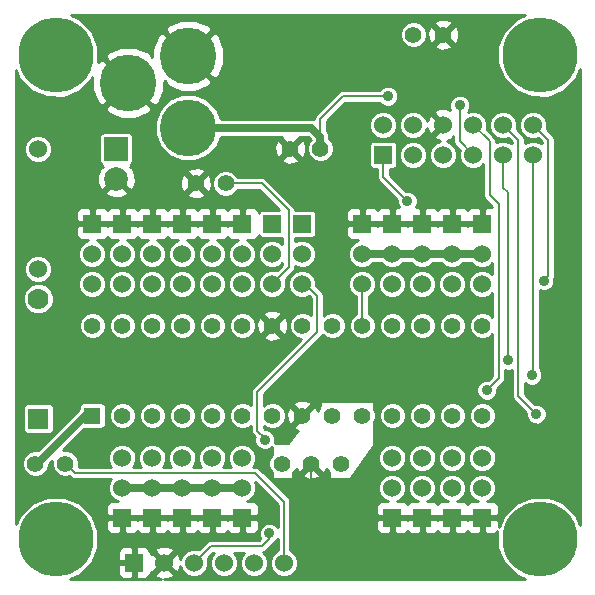
<source format=gbl>
G04 (created by PCBNEW (2013-04-19 BZR 4011)-stable) date 25/09/2013 16:15:45*
%MOIN*%
G04 Gerber Fmt 3.4, Leading zero omitted, Abs format*
%FSLAX34Y34*%
G01*
G70*
G90*
G04 APERTURE LIST*
%ADD10C,0*%
%ADD11C,0.25*%
%ADD12C,0.055*%
%ADD13R,0.055X0.055*%
%ADD14R,0.0787X0.0787*%
%ADD15C,0.0787*%
%ADD16R,0.06X0.06*%
%ADD17C,0.06*%
%ADD18C,0.07*%
%ADD19R,0.07X0.07*%
%ADD20C,0.189*%
%ADD21C,0.035*%
%ADD22C,0.025*%
%ADD23C,0.008*%
%ADD24C,0.01*%
G04 APERTURE END LIST*
G54D10*
G54D11*
X23228Y-17322D03*
X39370Y-17322D03*
X39370Y-33464D03*
G54D12*
X35153Y-16648D03*
X36153Y-16648D03*
X32053Y-20448D03*
X31053Y-20448D03*
X23553Y-30948D03*
X22553Y-30948D03*
X28900Y-21600D03*
X27900Y-21600D03*
X25453Y-29348D03*
X26453Y-29348D03*
X27453Y-29348D03*
X28453Y-29348D03*
X29453Y-29348D03*
X30453Y-29348D03*
X31453Y-29348D03*
X32453Y-29348D03*
X33453Y-29348D03*
X34453Y-29348D03*
X35453Y-29348D03*
X36453Y-29348D03*
X37453Y-29348D03*
G54D13*
X24453Y-29348D03*
G54D12*
X37453Y-26348D03*
X36453Y-26348D03*
X35453Y-26348D03*
X34453Y-26348D03*
X33453Y-26348D03*
X32453Y-26348D03*
X31453Y-26348D03*
X30453Y-26348D03*
X29453Y-26348D03*
X28453Y-26348D03*
X27453Y-26348D03*
X26453Y-26348D03*
X25453Y-26348D03*
X24453Y-26348D03*
G54D14*
X25253Y-20448D03*
G54D15*
X25253Y-21448D03*
G54D16*
X25846Y-34251D03*
G54D17*
X26846Y-34251D03*
X27846Y-34251D03*
X28846Y-34251D03*
X29846Y-34251D03*
X30846Y-34251D03*
G54D16*
X29453Y-32748D03*
G54D17*
X29453Y-31748D03*
X29453Y-30748D03*
G54D16*
X33453Y-22948D03*
G54D17*
X33453Y-23948D03*
X33453Y-24948D03*
G54D16*
X34453Y-22948D03*
G54D17*
X34453Y-23948D03*
X34453Y-24948D03*
G54D16*
X35453Y-22948D03*
G54D17*
X35453Y-23948D03*
X35453Y-24948D03*
G54D16*
X36453Y-22948D03*
G54D17*
X36453Y-23948D03*
X36453Y-24948D03*
G54D16*
X37453Y-22948D03*
G54D17*
X37453Y-23948D03*
X37453Y-24948D03*
G54D16*
X37453Y-32748D03*
G54D17*
X37453Y-31748D03*
X37453Y-30748D03*
G54D16*
X36453Y-32748D03*
G54D17*
X36453Y-31748D03*
X36453Y-30748D03*
G54D16*
X35453Y-32748D03*
G54D17*
X35453Y-31748D03*
X35453Y-30748D03*
G54D16*
X34453Y-32748D03*
G54D17*
X34453Y-31748D03*
X34453Y-30748D03*
G54D16*
X29453Y-22948D03*
G54D17*
X29453Y-23948D03*
X29453Y-24948D03*
G54D16*
X28453Y-32748D03*
G54D17*
X28453Y-31748D03*
X28453Y-30748D03*
G54D16*
X27453Y-32748D03*
G54D17*
X27453Y-31748D03*
X27453Y-30748D03*
G54D16*
X26453Y-32748D03*
G54D17*
X26453Y-31748D03*
X26453Y-30748D03*
G54D16*
X25453Y-32748D03*
G54D17*
X25453Y-31748D03*
X25453Y-30748D03*
G54D16*
X24453Y-22948D03*
G54D17*
X24453Y-23948D03*
X24453Y-24948D03*
G54D16*
X25453Y-22948D03*
G54D17*
X25453Y-23948D03*
X25453Y-24948D03*
G54D16*
X26453Y-22948D03*
G54D17*
X26453Y-23948D03*
X26453Y-24948D03*
G54D16*
X27453Y-22948D03*
G54D17*
X27453Y-23948D03*
X27453Y-24948D03*
G54D16*
X28453Y-22948D03*
G54D17*
X28453Y-23948D03*
X28453Y-24948D03*
G54D18*
X22653Y-25448D03*
G54D19*
X22653Y-29448D03*
G54D17*
X22653Y-20448D03*
X22653Y-24448D03*
G54D16*
X30453Y-22948D03*
G54D17*
X30453Y-23948D03*
X30453Y-24948D03*
G54D16*
X31453Y-22948D03*
G54D17*
X31453Y-23948D03*
X31453Y-24948D03*
G54D11*
X23228Y-33464D03*
G54D12*
X32737Y-30948D03*
X30769Y-30948D03*
X31753Y-30948D03*
G54D16*
X34153Y-20648D03*
G54D17*
X34153Y-19648D03*
X35153Y-20648D03*
X35153Y-19648D03*
X36153Y-20648D03*
X36153Y-19648D03*
X37153Y-20648D03*
X37153Y-19648D03*
X38153Y-20648D03*
X38153Y-19648D03*
X39153Y-20648D03*
X39153Y-19648D03*
G54D20*
X27650Y-17350D03*
X27650Y-19750D03*
X25650Y-18250D03*
G54D21*
X34953Y-22198D03*
X38300Y-27500D03*
X39100Y-28000D03*
X37600Y-28500D03*
X39253Y-29298D03*
X39503Y-24848D03*
X34300Y-18700D03*
X36700Y-19000D03*
X30354Y-33267D03*
X30200Y-30150D03*
G54D22*
X25453Y-31748D02*
X26453Y-31748D01*
X26453Y-31748D02*
X27453Y-31748D01*
X27453Y-31748D02*
X28453Y-31748D01*
X28453Y-31748D02*
X29453Y-31748D01*
X37453Y-23948D02*
X36453Y-23948D01*
X36453Y-23948D02*
X35453Y-23948D01*
X35453Y-23948D02*
X34453Y-23948D01*
X34453Y-23948D02*
X33453Y-23948D01*
G54D23*
X29453Y-31748D02*
X28453Y-31748D01*
X28453Y-31748D02*
X27453Y-31748D01*
X27453Y-31748D02*
X26453Y-31748D01*
X35453Y-23948D02*
X36453Y-23948D01*
X34453Y-23948D02*
X35453Y-23948D01*
X33453Y-23948D02*
X34453Y-23948D01*
X30846Y-34251D02*
X30846Y-32224D01*
X30846Y-32224D02*
X29881Y-31259D01*
X23865Y-31259D02*
X23553Y-30948D01*
X29881Y-31259D02*
X23865Y-31259D01*
X30453Y-24948D02*
X30453Y-24946D01*
X30100Y-21600D02*
X28900Y-21600D01*
X31000Y-22500D02*
X30100Y-21600D01*
X31000Y-24400D02*
X31000Y-22500D01*
X30453Y-24946D02*
X31000Y-24400D01*
X34153Y-21398D02*
X34153Y-20648D01*
X34953Y-22198D02*
X34153Y-21398D01*
X33453Y-24948D02*
X33453Y-26348D01*
X38153Y-20648D02*
X38153Y-21753D01*
X38153Y-21753D02*
X38300Y-21900D01*
X38300Y-27500D02*
X38300Y-21900D01*
X39153Y-20648D02*
X39153Y-27946D01*
X39153Y-27946D02*
X39100Y-28000D01*
X38000Y-28100D02*
X38000Y-27600D01*
X37600Y-28500D02*
X38000Y-28100D01*
X37153Y-19648D02*
X37153Y-19653D01*
X38000Y-22300D02*
X38000Y-27600D01*
X37700Y-22000D02*
X38000Y-22300D01*
X37700Y-20200D02*
X37700Y-22000D01*
X37153Y-19653D02*
X37700Y-20200D01*
X38653Y-20148D02*
X38153Y-19648D01*
X38653Y-28698D02*
X38653Y-20148D01*
X39253Y-29298D02*
X38653Y-28698D01*
X39653Y-20148D02*
X39153Y-19648D01*
X39653Y-24698D02*
X39653Y-20148D01*
X39503Y-24848D02*
X39653Y-24698D01*
X37153Y-20648D02*
X37148Y-20648D01*
X32053Y-19446D02*
X32053Y-20448D01*
X32800Y-18700D02*
X32053Y-19446D01*
X34300Y-18700D02*
X32800Y-18700D01*
X36700Y-20200D02*
X36700Y-19000D01*
X37148Y-20648D02*
X36700Y-20200D01*
G54D22*
X32053Y-20448D02*
X32053Y-20053D01*
X31750Y-19750D02*
X27650Y-19750D01*
X32053Y-20053D02*
X31750Y-19750D01*
G54D23*
X31753Y-30948D02*
X31753Y-31953D01*
X31753Y-31953D02*
X31800Y-32000D01*
X27846Y-34251D02*
X27848Y-34251D01*
X30354Y-33445D02*
X30354Y-33267D01*
X30100Y-33700D02*
X30354Y-33445D01*
X28400Y-33700D02*
X30100Y-33700D01*
X27848Y-34251D02*
X28400Y-33700D01*
X31453Y-24948D02*
X31548Y-24948D01*
X31548Y-24948D02*
X31950Y-25350D01*
X31950Y-25350D02*
X31950Y-26550D01*
X31950Y-26550D02*
X29950Y-28550D01*
X29950Y-28550D02*
X29950Y-29850D01*
X29950Y-29850D02*
X30200Y-30100D01*
X30200Y-30100D02*
X30200Y-30150D01*
G54D22*
X22553Y-30948D02*
X22601Y-30948D01*
X24201Y-29348D02*
X24453Y-29348D01*
X22601Y-30948D02*
X24201Y-29348D01*
G54D10*
G36*
X40708Y-32985D02*
X40574Y-32661D01*
X40175Y-32261D01*
X39863Y-32131D01*
X39863Y-24698D01*
X39863Y-20148D01*
X39847Y-20067D01*
X39847Y-20067D01*
X39802Y-19999D01*
X39600Y-19797D01*
X39623Y-19741D01*
X39623Y-19554D01*
X39552Y-19382D01*
X39420Y-19249D01*
X39247Y-19178D01*
X39060Y-19177D01*
X38887Y-19249D01*
X38755Y-19381D01*
X38683Y-19554D01*
X38683Y-19741D01*
X38754Y-19913D01*
X38886Y-20046D01*
X39059Y-20117D01*
X39246Y-20118D01*
X39303Y-20094D01*
X39443Y-20235D01*
X39443Y-20273D01*
X39420Y-20249D01*
X39247Y-20178D01*
X39060Y-20177D01*
X38887Y-20249D01*
X38863Y-20273D01*
X38863Y-20148D01*
X38847Y-20067D01*
X38847Y-20067D01*
X38802Y-19999D01*
X38600Y-19797D01*
X38623Y-19741D01*
X38623Y-19554D01*
X38552Y-19382D01*
X38420Y-19249D01*
X38247Y-19178D01*
X38060Y-19177D01*
X37887Y-19249D01*
X37755Y-19381D01*
X37683Y-19554D01*
X37683Y-19741D01*
X37754Y-19913D01*
X37886Y-20046D01*
X38059Y-20117D01*
X38246Y-20118D01*
X38303Y-20094D01*
X38443Y-20235D01*
X38443Y-20273D01*
X38420Y-20249D01*
X38247Y-20178D01*
X38060Y-20177D01*
X37910Y-20240D01*
X37910Y-20200D01*
X37894Y-20119D01*
X37894Y-20119D01*
X37875Y-20092D01*
X37848Y-20051D01*
X37848Y-20051D01*
X37598Y-19801D01*
X37623Y-19741D01*
X37623Y-19554D01*
X37552Y-19382D01*
X37420Y-19249D01*
X37247Y-19178D01*
X37060Y-19177D01*
X36974Y-19213D01*
X36992Y-19195D01*
X37044Y-19068D01*
X37045Y-18931D01*
X36992Y-18804D01*
X36895Y-18707D01*
X36768Y-18655D01*
X36683Y-18654D01*
X36683Y-16723D01*
X36672Y-16515D01*
X36614Y-16375D01*
X36521Y-16350D01*
X36450Y-16421D01*
X36450Y-16280D01*
X36426Y-16187D01*
X36229Y-16118D01*
X36020Y-16129D01*
X35880Y-16187D01*
X35856Y-16280D01*
X36153Y-16577D01*
X36450Y-16280D01*
X36450Y-16421D01*
X36224Y-16648D01*
X36521Y-16945D01*
X36614Y-16920D01*
X36683Y-16723D01*
X36683Y-18654D01*
X36631Y-18654D01*
X36504Y-18707D01*
X36450Y-18761D01*
X36450Y-17015D01*
X36153Y-16718D01*
X36082Y-16789D01*
X36082Y-16648D01*
X35785Y-16350D01*
X35692Y-16375D01*
X35623Y-16572D01*
X35634Y-16780D01*
X35692Y-16920D01*
X35785Y-16945D01*
X36082Y-16648D01*
X36082Y-16789D01*
X35856Y-17015D01*
X35880Y-17108D01*
X36077Y-17177D01*
X36286Y-17166D01*
X36426Y-17108D01*
X36450Y-17015D01*
X36450Y-18761D01*
X36407Y-18804D01*
X36355Y-18931D01*
X36354Y-19068D01*
X36387Y-19147D01*
X36235Y-19093D01*
X36016Y-19104D01*
X35865Y-19166D01*
X35838Y-19262D01*
X36153Y-19577D01*
X36159Y-19571D01*
X36229Y-19642D01*
X36224Y-19648D01*
X36229Y-19653D01*
X36159Y-19724D01*
X36153Y-19718D01*
X36082Y-19789D01*
X36082Y-19648D01*
X35767Y-19332D01*
X35672Y-19360D01*
X35612Y-19527D01*
X35598Y-19494D01*
X35598Y-16559D01*
X35531Y-16396D01*
X35405Y-16270D01*
X35242Y-16203D01*
X35065Y-16202D01*
X34901Y-16270D01*
X34776Y-16395D01*
X34708Y-16559D01*
X34708Y-16736D01*
X34776Y-16899D01*
X34901Y-17025D01*
X35064Y-17092D01*
X35241Y-17093D01*
X35405Y-17025D01*
X35530Y-16900D01*
X35598Y-16736D01*
X35598Y-16559D01*
X35598Y-19494D01*
X35552Y-19382D01*
X35420Y-19249D01*
X35247Y-19178D01*
X35060Y-19177D01*
X34887Y-19249D01*
X34755Y-19381D01*
X34683Y-19554D01*
X34683Y-19741D01*
X34754Y-19913D01*
X34886Y-20046D01*
X35059Y-20117D01*
X35246Y-20118D01*
X35419Y-20046D01*
X35551Y-19914D01*
X35609Y-19776D01*
X35609Y-19784D01*
X35672Y-19935D01*
X35767Y-19963D01*
X36082Y-19648D01*
X36082Y-19789D01*
X35838Y-20033D01*
X35865Y-20129D01*
X36033Y-20189D01*
X35887Y-20249D01*
X35755Y-20381D01*
X35683Y-20554D01*
X35683Y-20741D01*
X35754Y-20913D01*
X35886Y-21046D01*
X36059Y-21117D01*
X36246Y-21118D01*
X36419Y-21046D01*
X36551Y-20914D01*
X36623Y-20741D01*
X36623Y-20554D01*
X36552Y-20382D01*
X36420Y-20249D01*
X36281Y-20192D01*
X36290Y-20191D01*
X36441Y-20129D01*
X36468Y-20033D01*
X36490Y-20055D01*
X36490Y-20200D01*
X36505Y-20280D01*
X36551Y-20348D01*
X36705Y-20502D01*
X36683Y-20554D01*
X36683Y-20741D01*
X36754Y-20913D01*
X36886Y-21046D01*
X37059Y-21117D01*
X37246Y-21118D01*
X37419Y-21046D01*
X37490Y-20976D01*
X37490Y-22000D01*
X37505Y-22080D01*
X37551Y-22148D01*
X37790Y-22386D01*
X37790Y-22398D01*
X37704Y-22397D01*
X37566Y-22398D01*
X37503Y-22460D01*
X37503Y-22898D01*
X37511Y-22898D01*
X37511Y-22998D01*
X37503Y-22998D01*
X37503Y-23005D01*
X37403Y-23005D01*
X37403Y-22998D01*
X37403Y-22898D01*
X37403Y-22460D01*
X37341Y-22398D01*
X37203Y-22397D01*
X37103Y-22398D01*
X37011Y-22436D01*
X36953Y-22494D01*
X36895Y-22436D01*
X36803Y-22398D01*
X36704Y-22397D01*
X36623Y-22398D01*
X36566Y-22398D01*
X36503Y-22460D01*
X36503Y-22898D01*
X36941Y-22898D01*
X36953Y-22885D01*
X36966Y-22898D01*
X37403Y-22898D01*
X37403Y-22998D01*
X36966Y-22998D01*
X36953Y-23010D01*
X36941Y-22998D01*
X36503Y-22998D01*
X36503Y-23005D01*
X36403Y-23005D01*
X36403Y-22998D01*
X36403Y-22898D01*
X36403Y-22460D01*
X36341Y-22398D01*
X36203Y-22397D01*
X36103Y-22398D01*
X36011Y-22436D01*
X35953Y-22494D01*
X35895Y-22436D01*
X35803Y-22398D01*
X35704Y-22397D01*
X35623Y-22398D01*
X35623Y-20554D01*
X35552Y-20382D01*
X35420Y-20249D01*
X35247Y-20178D01*
X35060Y-20177D01*
X34887Y-20249D01*
X34755Y-20381D01*
X34683Y-20554D01*
X34683Y-20741D01*
X34754Y-20913D01*
X34886Y-21046D01*
X35059Y-21117D01*
X35246Y-21118D01*
X35419Y-21046D01*
X35551Y-20914D01*
X35623Y-20741D01*
X35623Y-20554D01*
X35623Y-22398D01*
X35566Y-22398D01*
X35503Y-22460D01*
X35503Y-22898D01*
X35941Y-22898D01*
X35953Y-22885D01*
X35966Y-22898D01*
X36403Y-22898D01*
X36403Y-22998D01*
X35966Y-22998D01*
X35953Y-23010D01*
X35941Y-22998D01*
X35503Y-22998D01*
X35503Y-23005D01*
X35403Y-23005D01*
X35403Y-22998D01*
X35403Y-22898D01*
X35403Y-22460D01*
X35341Y-22398D01*
X35241Y-22398D01*
X35245Y-22393D01*
X35298Y-22266D01*
X35298Y-22129D01*
X35246Y-22002D01*
X35149Y-21905D01*
X35022Y-21853D01*
X34905Y-21852D01*
X34645Y-21592D01*
X34645Y-18631D01*
X34592Y-18504D01*
X34495Y-18407D01*
X34368Y-18355D01*
X34231Y-18354D01*
X34104Y-18407D01*
X34022Y-18490D01*
X32800Y-18490D01*
X32799Y-18490D01*
X32784Y-18493D01*
X32719Y-18505D01*
X32651Y-18551D01*
X32651Y-18551D01*
X31905Y-19297D01*
X31859Y-19366D01*
X31843Y-19446D01*
X31843Y-19473D01*
X31750Y-19455D01*
X28845Y-19455D01*
X28845Y-17585D01*
X28844Y-17110D01*
X28664Y-16674D01*
X28501Y-16568D01*
X28431Y-16639D01*
X28431Y-16498D01*
X28325Y-16335D01*
X27885Y-16154D01*
X27410Y-16155D01*
X26974Y-16335D01*
X26868Y-16498D01*
X27650Y-17279D01*
X28431Y-16498D01*
X28431Y-16639D01*
X27720Y-17350D01*
X28501Y-18131D01*
X28664Y-18025D01*
X28845Y-17585D01*
X28845Y-19455D01*
X28734Y-19455D01*
X28595Y-19119D01*
X28431Y-18954D01*
X28431Y-18201D01*
X27650Y-17420D01*
X27644Y-17426D01*
X27579Y-17361D01*
X27573Y-17355D01*
X27579Y-17350D01*
X26798Y-16568D01*
X26635Y-16674D01*
X26454Y-17114D01*
X26455Y-17374D01*
X26431Y-17398D01*
X26325Y-17235D01*
X25885Y-17054D01*
X25410Y-17055D01*
X24974Y-17235D01*
X24868Y-17398D01*
X25650Y-18179D01*
X25655Y-18173D01*
X25726Y-18244D01*
X25720Y-18250D01*
X26501Y-19031D01*
X26664Y-18925D01*
X26845Y-18485D01*
X26844Y-18225D01*
X26868Y-18201D01*
X26974Y-18364D01*
X27414Y-18545D01*
X27889Y-18544D01*
X28325Y-18364D01*
X28431Y-18201D01*
X28431Y-18954D01*
X28282Y-18805D01*
X27872Y-18635D01*
X27429Y-18634D01*
X27019Y-18804D01*
X26705Y-19117D01*
X26535Y-19527D01*
X26534Y-19970D01*
X26704Y-20380D01*
X27017Y-20694D01*
X27427Y-20864D01*
X27870Y-20865D01*
X28280Y-20695D01*
X28594Y-20382D01*
X28734Y-20045D01*
X30765Y-20045D01*
X30756Y-20080D01*
X31053Y-20377D01*
X31350Y-20080D01*
X31341Y-20045D01*
X31627Y-20045D01*
X31727Y-20144D01*
X31676Y-20195D01*
X31608Y-20359D01*
X31608Y-20536D01*
X31676Y-20699D01*
X31801Y-20825D01*
X31964Y-20892D01*
X32141Y-20893D01*
X32305Y-20825D01*
X32430Y-20700D01*
X32498Y-20536D01*
X32498Y-20359D01*
X32431Y-20196D01*
X32348Y-20113D01*
X32348Y-20053D01*
X32326Y-19940D01*
X32263Y-19847D01*
X32263Y-19847D01*
X32263Y-19533D01*
X32886Y-18910D01*
X34022Y-18910D01*
X34104Y-18992D01*
X34231Y-19044D01*
X34368Y-19045D01*
X34495Y-18992D01*
X34592Y-18895D01*
X34644Y-18768D01*
X34645Y-18631D01*
X34645Y-21592D01*
X34623Y-21571D01*
X34623Y-19554D01*
X34552Y-19382D01*
X34420Y-19249D01*
X34247Y-19178D01*
X34060Y-19177D01*
X33887Y-19249D01*
X33755Y-19381D01*
X33683Y-19554D01*
X33683Y-19741D01*
X33754Y-19913D01*
X33886Y-20046D01*
X34059Y-20117D01*
X34246Y-20118D01*
X34419Y-20046D01*
X34551Y-19914D01*
X34623Y-19741D01*
X34623Y-19554D01*
X34623Y-21571D01*
X34363Y-21311D01*
X34363Y-21118D01*
X34487Y-21118D01*
X34549Y-21092D01*
X34597Y-21044D01*
X34623Y-20981D01*
X34623Y-20914D01*
X34623Y-20314D01*
X34597Y-20251D01*
X34549Y-20203D01*
X34487Y-20178D01*
X34419Y-20178D01*
X33819Y-20178D01*
X33757Y-20203D01*
X33709Y-20251D01*
X33683Y-20314D01*
X33683Y-20381D01*
X33683Y-20981D01*
X33709Y-21044D01*
X33757Y-21092D01*
X33819Y-21118D01*
X33887Y-21118D01*
X33943Y-21118D01*
X33943Y-21398D01*
X33959Y-21478D01*
X34005Y-21546D01*
X34608Y-22150D01*
X34608Y-22266D01*
X34660Y-22393D01*
X34665Y-22398D01*
X34566Y-22398D01*
X34503Y-22460D01*
X34503Y-22898D01*
X34941Y-22898D01*
X34953Y-22885D01*
X34966Y-22898D01*
X35403Y-22898D01*
X35403Y-22998D01*
X34966Y-22998D01*
X34953Y-23010D01*
X34941Y-22998D01*
X34503Y-22998D01*
X34503Y-23005D01*
X34403Y-23005D01*
X34403Y-22998D01*
X34403Y-22898D01*
X34403Y-22460D01*
X34341Y-22398D01*
X34203Y-22397D01*
X34103Y-22398D01*
X34011Y-22436D01*
X33953Y-22494D01*
X33895Y-22436D01*
X33803Y-22398D01*
X33704Y-22397D01*
X33566Y-22398D01*
X33503Y-22460D01*
X33503Y-22898D01*
X33941Y-22898D01*
X33953Y-22885D01*
X33966Y-22898D01*
X34403Y-22898D01*
X34403Y-22998D01*
X33966Y-22998D01*
X33953Y-23010D01*
X33941Y-22998D01*
X33503Y-22998D01*
X33503Y-23005D01*
X33403Y-23005D01*
X33403Y-22998D01*
X33403Y-22898D01*
X33403Y-22460D01*
X33341Y-22398D01*
X33203Y-22397D01*
X33103Y-22398D01*
X33011Y-22436D01*
X32941Y-22506D01*
X32903Y-22598D01*
X32903Y-22835D01*
X32966Y-22898D01*
X33403Y-22898D01*
X33403Y-22998D01*
X32966Y-22998D01*
X32903Y-23060D01*
X32903Y-23297D01*
X32941Y-23389D01*
X33011Y-23459D01*
X33103Y-23497D01*
X33203Y-23498D01*
X33311Y-23498D01*
X33187Y-23549D01*
X33055Y-23681D01*
X32983Y-23854D01*
X32983Y-24041D01*
X33054Y-24213D01*
X33186Y-24346D01*
X33359Y-24417D01*
X33546Y-24418D01*
X33719Y-24346D01*
X33823Y-24243D01*
X34083Y-24243D01*
X34186Y-24346D01*
X34359Y-24417D01*
X34546Y-24418D01*
X34719Y-24346D01*
X34823Y-24243D01*
X35083Y-24243D01*
X35186Y-24346D01*
X35359Y-24417D01*
X35546Y-24418D01*
X35719Y-24346D01*
X35823Y-24243D01*
X36083Y-24243D01*
X36186Y-24346D01*
X36359Y-24417D01*
X36546Y-24418D01*
X36719Y-24346D01*
X36823Y-24243D01*
X37083Y-24243D01*
X37186Y-24346D01*
X37359Y-24417D01*
X37546Y-24418D01*
X37719Y-24346D01*
X37790Y-24276D01*
X37790Y-24619D01*
X37720Y-24549D01*
X37547Y-24478D01*
X37360Y-24477D01*
X37187Y-24549D01*
X37055Y-24681D01*
X36983Y-24854D01*
X36983Y-25041D01*
X37054Y-25213D01*
X37186Y-25346D01*
X37359Y-25417D01*
X37546Y-25418D01*
X37719Y-25346D01*
X37790Y-25276D01*
X37790Y-26055D01*
X37705Y-25970D01*
X37542Y-25903D01*
X37365Y-25902D01*
X37201Y-25970D01*
X37076Y-26095D01*
X37008Y-26259D01*
X37008Y-26436D01*
X37076Y-26599D01*
X37201Y-26725D01*
X37364Y-26792D01*
X37541Y-26793D01*
X37705Y-26725D01*
X37790Y-26640D01*
X37790Y-27600D01*
X37790Y-28013D01*
X37647Y-28155D01*
X37531Y-28154D01*
X37404Y-28207D01*
X37307Y-28304D01*
X37255Y-28431D01*
X37254Y-28568D01*
X37307Y-28695D01*
X37404Y-28792D01*
X37531Y-28844D01*
X37668Y-28845D01*
X37795Y-28792D01*
X37892Y-28695D01*
X37944Y-28568D01*
X37945Y-28451D01*
X38148Y-28248D01*
X38148Y-28248D01*
X38148Y-28248D01*
X38194Y-28180D01*
X38194Y-28180D01*
X38206Y-28115D01*
X38210Y-28100D01*
X38209Y-28100D01*
X38210Y-28100D01*
X38210Y-27836D01*
X38231Y-27844D01*
X38368Y-27845D01*
X38443Y-27813D01*
X38443Y-28698D01*
X38459Y-28778D01*
X38505Y-28846D01*
X38908Y-29250D01*
X38908Y-29366D01*
X38960Y-29493D01*
X39057Y-29590D01*
X39184Y-29642D01*
X39321Y-29643D01*
X39448Y-29590D01*
X39545Y-29493D01*
X39598Y-29366D01*
X39598Y-29229D01*
X39546Y-29102D01*
X39449Y-29005D01*
X39322Y-28953D01*
X39205Y-28952D01*
X38863Y-28611D01*
X38863Y-28251D01*
X38904Y-28292D01*
X39031Y-28344D01*
X39168Y-28345D01*
X39295Y-28292D01*
X39392Y-28195D01*
X39444Y-28068D01*
X39445Y-27931D01*
X39392Y-27804D01*
X39363Y-27775D01*
X39363Y-25163D01*
X39434Y-25192D01*
X39571Y-25193D01*
X39698Y-25140D01*
X39795Y-25043D01*
X39848Y-24916D01*
X39848Y-24779D01*
X39847Y-24777D01*
X39863Y-24698D01*
X39863Y-32131D01*
X39653Y-32044D01*
X39088Y-32044D01*
X38566Y-32260D01*
X38166Y-32659D01*
X38003Y-33052D01*
X38003Y-32398D01*
X37965Y-32306D01*
X37895Y-32236D01*
X37803Y-32198D01*
X37704Y-32197D01*
X37595Y-32198D01*
X37719Y-32146D01*
X37851Y-32014D01*
X37923Y-31841D01*
X37923Y-31654D01*
X37923Y-30654D01*
X37898Y-30594D01*
X37898Y-29259D01*
X37831Y-29096D01*
X37705Y-28970D01*
X37542Y-28903D01*
X37365Y-28902D01*
X37201Y-28970D01*
X37076Y-29095D01*
X37008Y-29259D01*
X37008Y-29436D01*
X37076Y-29599D01*
X37201Y-29725D01*
X37364Y-29792D01*
X37541Y-29793D01*
X37705Y-29725D01*
X37830Y-29600D01*
X37898Y-29436D01*
X37898Y-29259D01*
X37898Y-30594D01*
X37852Y-30482D01*
X37720Y-30349D01*
X37547Y-30278D01*
X37360Y-30277D01*
X37187Y-30349D01*
X37055Y-30481D01*
X36983Y-30654D01*
X36983Y-30841D01*
X37054Y-31013D01*
X37186Y-31146D01*
X37359Y-31217D01*
X37546Y-31218D01*
X37719Y-31146D01*
X37851Y-31014D01*
X37923Y-30841D01*
X37923Y-30654D01*
X37923Y-31654D01*
X37852Y-31482D01*
X37720Y-31349D01*
X37547Y-31278D01*
X37360Y-31277D01*
X37187Y-31349D01*
X37055Y-31481D01*
X36983Y-31654D01*
X36983Y-31841D01*
X37054Y-32013D01*
X37186Y-32146D01*
X37311Y-32198D01*
X37203Y-32197D01*
X37103Y-32198D01*
X37011Y-32236D01*
X36953Y-32294D01*
X36895Y-32236D01*
X36803Y-32198D01*
X36704Y-32197D01*
X36595Y-32198D01*
X36719Y-32146D01*
X36851Y-32014D01*
X36923Y-31841D01*
X36923Y-31654D01*
X36923Y-30654D01*
X36923Y-24854D01*
X36852Y-24682D01*
X36720Y-24549D01*
X36547Y-24478D01*
X36360Y-24477D01*
X36187Y-24549D01*
X36055Y-24681D01*
X35983Y-24854D01*
X35983Y-25041D01*
X36054Y-25213D01*
X36186Y-25346D01*
X36359Y-25417D01*
X36546Y-25418D01*
X36719Y-25346D01*
X36851Y-25214D01*
X36923Y-25041D01*
X36923Y-24854D01*
X36923Y-30654D01*
X36898Y-30594D01*
X36898Y-29259D01*
X36898Y-26259D01*
X36831Y-26096D01*
X36705Y-25970D01*
X36542Y-25903D01*
X36365Y-25902D01*
X36201Y-25970D01*
X36076Y-26095D01*
X36008Y-26259D01*
X36008Y-26436D01*
X36076Y-26599D01*
X36201Y-26725D01*
X36364Y-26792D01*
X36541Y-26793D01*
X36705Y-26725D01*
X36830Y-26600D01*
X36898Y-26436D01*
X36898Y-26259D01*
X36898Y-29259D01*
X36831Y-29096D01*
X36705Y-28970D01*
X36542Y-28903D01*
X36365Y-28902D01*
X36201Y-28970D01*
X36076Y-29095D01*
X36008Y-29259D01*
X36008Y-29436D01*
X36076Y-29599D01*
X36201Y-29725D01*
X36364Y-29792D01*
X36541Y-29793D01*
X36705Y-29725D01*
X36830Y-29600D01*
X36898Y-29436D01*
X36898Y-29259D01*
X36898Y-30594D01*
X36852Y-30482D01*
X36720Y-30349D01*
X36547Y-30278D01*
X36360Y-30277D01*
X36187Y-30349D01*
X36055Y-30481D01*
X35983Y-30654D01*
X35983Y-30841D01*
X36054Y-31013D01*
X36186Y-31146D01*
X36359Y-31217D01*
X36546Y-31218D01*
X36719Y-31146D01*
X36851Y-31014D01*
X36923Y-30841D01*
X36923Y-30654D01*
X36923Y-31654D01*
X36852Y-31482D01*
X36720Y-31349D01*
X36547Y-31278D01*
X36360Y-31277D01*
X36187Y-31349D01*
X36055Y-31481D01*
X35983Y-31654D01*
X35983Y-31841D01*
X36054Y-32013D01*
X36186Y-32146D01*
X36311Y-32198D01*
X36203Y-32197D01*
X36103Y-32198D01*
X36011Y-32236D01*
X35953Y-32294D01*
X35895Y-32236D01*
X35803Y-32198D01*
X35704Y-32197D01*
X35595Y-32198D01*
X35719Y-32146D01*
X35851Y-32014D01*
X35923Y-31841D01*
X35923Y-31654D01*
X35923Y-30654D01*
X35923Y-24854D01*
X35852Y-24682D01*
X35720Y-24549D01*
X35547Y-24478D01*
X35360Y-24477D01*
X35187Y-24549D01*
X35055Y-24681D01*
X34983Y-24854D01*
X34983Y-25041D01*
X35054Y-25213D01*
X35186Y-25346D01*
X35359Y-25417D01*
X35546Y-25418D01*
X35719Y-25346D01*
X35851Y-25214D01*
X35923Y-25041D01*
X35923Y-24854D01*
X35923Y-30654D01*
X35898Y-30594D01*
X35898Y-29259D01*
X35898Y-26259D01*
X35831Y-26096D01*
X35705Y-25970D01*
X35542Y-25903D01*
X35365Y-25902D01*
X35201Y-25970D01*
X35076Y-26095D01*
X35008Y-26259D01*
X35008Y-26436D01*
X35076Y-26599D01*
X35201Y-26725D01*
X35364Y-26792D01*
X35541Y-26793D01*
X35705Y-26725D01*
X35830Y-26600D01*
X35898Y-26436D01*
X35898Y-26259D01*
X35898Y-29259D01*
X35831Y-29096D01*
X35705Y-28970D01*
X35542Y-28903D01*
X35365Y-28902D01*
X35201Y-28970D01*
X35076Y-29095D01*
X35008Y-29259D01*
X35008Y-29436D01*
X35076Y-29599D01*
X35201Y-29725D01*
X35364Y-29792D01*
X35541Y-29793D01*
X35705Y-29725D01*
X35830Y-29600D01*
X35898Y-29436D01*
X35898Y-29259D01*
X35898Y-30594D01*
X35852Y-30482D01*
X35720Y-30349D01*
X35547Y-30278D01*
X35360Y-30277D01*
X35187Y-30349D01*
X35055Y-30481D01*
X34983Y-30654D01*
X34983Y-30841D01*
X35054Y-31013D01*
X35186Y-31146D01*
X35359Y-31217D01*
X35546Y-31218D01*
X35719Y-31146D01*
X35851Y-31014D01*
X35923Y-30841D01*
X35923Y-30654D01*
X35923Y-31654D01*
X35852Y-31482D01*
X35720Y-31349D01*
X35547Y-31278D01*
X35360Y-31277D01*
X35187Y-31349D01*
X35055Y-31481D01*
X34983Y-31654D01*
X34983Y-31841D01*
X35054Y-32013D01*
X35186Y-32146D01*
X35311Y-32198D01*
X35203Y-32197D01*
X35103Y-32198D01*
X35011Y-32236D01*
X34953Y-32294D01*
X34895Y-32236D01*
X34803Y-32198D01*
X34704Y-32197D01*
X34595Y-32198D01*
X34719Y-32146D01*
X34851Y-32014D01*
X34923Y-31841D01*
X34923Y-31654D01*
X34923Y-30654D01*
X34923Y-24854D01*
X34852Y-24682D01*
X34720Y-24549D01*
X34547Y-24478D01*
X34360Y-24477D01*
X34187Y-24549D01*
X34055Y-24681D01*
X33983Y-24854D01*
X33983Y-25041D01*
X34054Y-25213D01*
X34186Y-25346D01*
X34359Y-25417D01*
X34546Y-25418D01*
X34719Y-25346D01*
X34851Y-25214D01*
X34923Y-25041D01*
X34923Y-24854D01*
X34923Y-30654D01*
X34898Y-30594D01*
X34898Y-29259D01*
X34898Y-26259D01*
X34831Y-26096D01*
X34705Y-25970D01*
X34542Y-25903D01*
X34365Y-25902D01*
X34201Y-25970D01*
X34076Y-26095D01*
X34008Y-26259D01*
X34008Y-26436D01*
X34076Y-26599D01*
X34201Y-26725D01*
X34364Y-26792D01*
X34541Y-26793D01*
X34705Y-26725D01*
X34830Y-26600D01*
X34898Y-26436D01*
X34898Y-26259D01*
X34898Y-29259D01*
X34831Y-29096D01*
X34705Y-28970D01*
X34542Y-28903D01*
X34365Y-28902D01*
X34201Y-28970D01*
X34076Y-29095D01*
X34008Y-29259D01*
X34008Y-29436D01*
X34076Y-29599D01*
X34201Y-29725D01*
X34364Y-29792D01*
X34541Y-29793D01*
X34705Y-29725D01*
X34830Y-29600D01*
X34898Y-29436D01*
X34898Y-29259D01*
X34898Y-30594D01*
X34852Y-30482D01*
X34720Y-30349D01*
X34547Y-30278D01*
X34360Y-30277D01*
X34187Y-30349D01*
X34055Y-30481D01*
X33983Y-30654D01*
X33983Y-30841D01*
X34054Y-31013D01*
X34186Y-31146D01*
X34359Y-31217D01*
X34546Y-31218D01*
X34719Y-31146D01*
X34851Y-31014D01*
X34923Y-30841D01*
X34923Y-30654D01*
X34923Y-31654D01*
X34852Y-31482D01*
X34720Y-31349D01*
X34547Y-31278D01*
X34360Y-31277D01*
X34187Y-31349D01*
X34055Y-31481D01*
X33983Y-31654D01*
X33983Y-31841D01*
X34054Y-32013D01*
X34186Y-32146D01*
X34311Y-32198D01*
X34203Y-32197D01*
X34103Y-32198D01*
X34011Y-32236D01*
X33941Y-32306D01*
X33923Y-32349D01*
X33923Y-24854D01*
X33852Y-24682D01*
X33720Y-24549D01*
X33547Y-24478D01*
X33360Y-24477D01*
X33187Y-24549D01*
X33055Y-24681D01*
X32983Y-24854D01*
X32983Y-25041D01*
X33054Y-25213D01*
X33186Y-25346D01*
X33243Y-25369D01*
X33243Y-25953D01*
X33201Y-25970D01*
X33076Y-26095D01*
X33008Y-26259D01*
X33008Y-26436D01*
X33076Y-26599D01*
X33201Y-26725D01*
X33364Y-26792D01*
X33541Y-26793D01*
X33705Y-26725D01*
X33830Y-26600D01*
X33898Y-26436D01*
X33898Y-26259D01*
X33831Y-26096D01*
X33705Y-25970D01*
X33663Y-25953D01*
X33663Y-25369D01*
X33719Y-25346D01*
X33851Y-25214D01*
X33923Y-25041D01*
X33923Y-24854D01*
X33923Y-32349D01*
X33903Y-32398D01*
X33903Y-32635D01*
X33966Y-32698D01*
X34403Y-32698D01*
X34403Y-32690D01*
X34503Y-32690D01*
X34503Y-32698D01*
X34941Y-32698D01*
X34953Y-32685D01*
X34966Y-32698D01*
X35403Y-32698D01*
X35403Y-32690D01*
X35503Y-32690D01*
X35503Y-32698D01*
X35941Y-32698D01*
X35953Y-32685D01*
X35966Y-32698D01*
X36403Y-32698D01*
X36403Y-32690D01*
X36503Y-32690D01*
X36503Y-32698D01*
X36941Y-32698D01*
X36953Y-32685D01*
X36966Y-32698D01*
X37403Y-32698D01*
X37403Y-32690D01*
X37503Y-32690D01*
X37503Y-32698D01*
X37941Y-32698D01*
X38003Y-32635D01*
X38003Y-32398D01*
X38003Y-33052D01*
X38003Y-33052D01*
X38003Y-32860D01*
X37941Y-32798D01*
X37503Y-32798D01*
X37503Y-33235D01*
X37566Y-33298D01*
X37704Y-33298D01*
X37803Y-33297D01*
X37895Y-33259D01*
X37950Y-33204D01*
X37949Y-33745D01*
X38165Y-34267D01*
X38564Y-34667D01*
X38890Y-34803D01*
X37403Y-34803D01*
X37403Y-33235D01*
X37403Y-32798D01*
X36966Y-32798D01*
X36953Y-32810D01*
X36941Y-32798D01*
X36503Y-32798D01*
X36503Y-33235D01*
X36566Y-33298D01*
X36704Y-33298D01*
X36803Y-33297D01*
X36895Y-33259D01*
X36953Y-33201D01*
X37011Y-33259D01*
X37103Y-33297D01*
X37203Y-33298D01*
X37341Y-33298D01*
X37403Y-33235D01*
X37403Y-34803D01*
X36403Y-34803D01*
X36403Y-33235D01*
X36403Y-32798D01*
X35966Y-32798D01*
X35953Y-32810D01*
X35941Y-32798D01*
X35503Y-32798D01*
X35503Y-33235D01*
X35566Y-33298D01*
X35704Y-33298D01*
X35803Y-33297D01*
X35895Y-33259D01*
X35953Y-33201D01*
X36011Y-33259D01*
X36103Y-33297D01*
X36203Y-33298D01*
X36341Y-33298D01*
X36403Y-33235D01*
X36403Y-34803D01*
X35403Y-34803D01*
X35403Y-33235D01*
X35403Y-32798D01*
X34966Y-32798D01*
X34953Y-32810D01*
X34941Y-32798D01*
X34503Y-32798D01*
X34503Y-33235D01*
X34566Y-33298D01*
X34704Y-33298D01*
X34803Y-33297D01*
X34895Y-33259D01*
X34953Y-33201D01*
X35011Y-33259D01*
X35103Y-33297D01*
X35203Y-33298D01*
X35341Y-33298D01*
X35403Y-33235D01*
X35403Y-34803D01*
X34403Y-34803D01*
X34403Y-33235D01*
X34403Y-32798D01*
X33966Y-32798D01*
X33903Y-32860D01*
X33903Y-33097D01*
X33941Y-33189D01*
X34011Y-33259D01*
X34103Y-33297D01*
X34203Y-33298D01*
X34341Y-33298D01*
X34403Y-33235D01*
X34403Y-34803D01*
X33898Y-34803D01*
X33898Y-29259D01*
X33850Y-29142D01*
X33850Y-28850D01*
X32062Y-28850D01*
X31961Y-29188D01*
X31914Y-29075D01*
X31821Y-29050D01*
X31750Y-29121D01*
X31750Y-28980D01*
X31726Y-28887D01*
X31529Y-28818D01*
X31320Y-28829D01*
X31180Y-28887D01*
X31156Y-28980D01*
X31453Y-29277D01*
X31750Y-28980D01*
X31750Y-29121D01*
X31524Y-29348D01*
X31529Y-29353D01*
X31459Y-29424D01*
X31453Y-29418D01*
X31382Y-29489D01*
X31382Y-29348D01*
X31085Y-29050D01*
X30992Y-29075D01*
X30923Y-29272D01*
X30934Y-29480D01*
X30992Y-29620D01*
X31085Y-29645D01*
X31382Y-29348D01*
X31382Y-29489D01*
X31156Y-29715D01*
X31180Y-29808D01*
X31298Y-29850D01*
X31275Y-29850D01*
X30975Y-30250D01*
X30532Y-30250D01*
X30544Y-30218D01*
X30545Y-30081D01*
X30492Y-29954D01*
X30395Y-29857D01*
X30268Y-29805D01*
X30201Y-29805D01*
X30160Y-29763D01*
X30160Y-29683D01*
X30201Y-29725D01*
X30364Y-29792D01*
X30541Y-29793D01*
X30705Y-29725D01*
X30830Y-29600D01*
X30898Y-29436D01*
X30898Y-29259D01*
X30831Y-29096D01*
X30705Y-28970D01*
X30542Y-28903D01*
X30365Y-28902D01*
X30201Y-28970D01*
X30160Y-29012D01*
X30160Y-28636D01*
X32098Y-26698D01*
X32098Y-26698D01*
X32098Y-26698D01*
X32129Y-26652D01*
X32201Y-26725D01*
X32364Y-26792D01*
X32541Y-26793D01*
X32705Y-26725D01*
X32830Y-26600D01*
X32898Y-26436D01*
X32898Y-26259D01*
X32831Y-26096D01*
X32705Y-25970D01*
X32542Y-25903D01*
X32365Y-25902D01*
X32201Y-25970D01*
X32160Y-26012D01*
X32160Y-25350D01*
X32144Y-25269D01*
X32098Y-25201D01*
X31923Y-25026D01*
X31923Y-24854D01*
X31923Y-23854D01*
X31852Y-23682D01*
X31720Y-23549D01*
X31547Y-23478D01*
X31360Y-23477D01*
X31210Y-23540D01*
X31210Y-23418D01*
X31787Y-23418D01*
X31849Y-23392D01*
X31897Y-23344D01*
X31923Y-23281D01*
X31923Y-23214D01*
X31923Y-22614D01*
X31897Y-22551D01*
X31849Y-22503D01*
X31787Y-22478D01*
X31719Y-22478D01*
X31583Y-22478D01*
X31583Y-20523D01*
X31572Y-20315D01*
X31514Y-20175D01*
X31421Y-20150D01*
X31124Y-20448D01*
X31421Y-20745D01*
X31514Y-20720D01*
X31583Y-20523D01*
X31583Y-22478D01*
X31350Y-22478D01*
X31350Y-20815D01*
X31053Y-20518D01*
X30982Y-20589D01*
X30982Y-20448D01*
X30685Y-20150D01*
X30592Y-20175D01*
X30523Y-20372D01*
X30534Y-20580D01*
X30592Y-20720D01*
X30685Y-20745D01*
X30982Y-20448D01*
X30982Y-20589D01*
X30756Y-20815D01*
X30780Y-20908D01*
X30977Y-20977D01*
X31186Y-20966D01*
X31326Y-20908D01*
X31350Y-20815D01*
X31350Y-22478D01*
X31205Y-22478D01*
X31194Y-22419D01*
X31148Y-22351D01*
X30248Y-21451D01*
X30180Y-21405D01*
X30100Y-21390D01*
X29294Y-21390D01*
X29277Y-21348D01*
X29152Y-21222D01*
X28988Y-21155D01*
X28811Y-21154D01*
X28648Y-21222D01*
X28522Y-21347D01*
X28455Y-21511D01*
X28454Y-21688D01*
X28522Y-21851D01*
X28647Y-21977D01*
X28811Y-22044D01*
X28988Y-22045D01*
X29151Y-21977D01*
X29277Y-21852D01*
X29294Y-21810D01*
X30013Y-21810D01*
X30681Y-22478D01*
X30119Y-22478D01*
X30057Y-22503D01*
X30009Y-22551D01*
X29996Y-22582D01*
X29965Y-22506D01*
X29895Y-22436D01*
X29803Y-22398D01*
X29704Y-22397D01*
X29566Y-22398D01*
X29503Y-22460D01*
X29503Y-22898D01*
X29511Y-22898D01*
X29511Y-22998D01*
X29503Y-22998D01*
X29503Y-23005D01*
X29403Y-23005D01*
X29403Y-22998D01*
X29403Y-22898D01*
X29403Y-22460D01*
X29341Y-22398D01*
X29203Y-22397D01*
X29103Y-22398D01*
X29011Y-22436D01*
X28953Y-22494D01*
X28895Y-22436D01*
X28803Y-22398D01*
X28704Y-22397D01*
X28566Y-22398D01*
X28503Y-22460D01*
X28503Y-22898D01*
X28941Y-22898D01*
X28953Y-22885D01*
X28966Y-22898D01*
X29403Y-22898D01*
X29403Y-22998D01*
X28966Y-22998D01*
X28953Y-23010D01*
X28941Y-22998D01*
X28503Y-22998D01*
X28503Y-23005D01*
X28429Y-23005D01*
X28429Y-21675D01*
X28418Y-21467D01*
X28360Y-21327D01*
X28267Y-21302D01*
X28197Y-21373D01*
X28197Y-21232D01*
X28172Y-21139D01*
X27975Y-21070D01*
X27767Y-21081D01*
X27627Y-21139D01*
X27602Y-21232D01*
X27900Y-21529D01*
X28197Y-21232D01*
X28197Y-21373D01*
X27970Y-21600D01*
X28267Y-21897D01*
X28360Y-21872D01*
X28429Y-21675D01*
X28429Y-23005D01*
X28403Y-23005D01*
X28403Y-22998D01*
X28403Y-22898D01*
X28403Y-22460D01*
X28341Y-22398D01*
X28203Y-22397D01*
X28197Y-22397D01*
X28197Y-21967D01*
X27900Y-21670D01*
X27829Y-21741D01*
X27829Y-21600D01*
X27532Y-21302D01*
X27439Y-21327D01*
X27370Y-21524D01*
X27381Y-21732D01*
X27439Y-21872D01*
X27532Y-21897D01*
X27829Y-21600D01*
X27829Y-21741D01*
X27602Y-21967D01*
X27627Y-22060D01*
X27824Y-22129D01*
X28032Y-22118D01*
X28172Y-22060D01*
X28197Y-21967D01*
X28197Y-22397D01*
X28103Y-22398D01*
X28011Y-22436D01*
X27953Y-22494D01*
X27895Y-22436D01*
X27803Y-22398D01*
X27704Y-22397D01*
X27566Y-22398D01*
X27503Y-22460D01*
X27503Y-22898D01*
X27941Y-22898D01*
X27953Y-22885D01*
X27966Y-22898D01*
X28403Y-22898D01*
X28403Y-22998D01*
X27966Y-22998D01*
X27953Y-23010D01*
X27941Y-22998D01*
X27503Y-22998D01*
X27503Y-23005D01*
X27403Y-23005D01*
X27403Y-22998D01*
X27403Y-22898D01*
X27403Y-22460D01*
X27341Y-22398D01*
X27203Y-22397D01*
X27103Y-22398D01*
X27011Y-22436D01*
X26953Y-22494D01*
X26895Y-22436D01*
X26803Y-22398D01*
X26704Y-22397D01*
X26566Y-22398D01*
X26503Y-22460D01*
X26503Y-22898D01*
X26941Y-22898D01*
X26953Y-22885D01*
X26966Y-22898D01*
X27403Y-22898D01*
X27403Y-22998D01*
X26966Y-22998D01*
X26953Y-23010D01*
X26941Y-22998D01*
X26503Y-22998D01*
X26503Y-23005D01*
X26431Y-23005D01*
X26431Y-19101D01*
X25650Y-18320D01*
X24868Y-19101D01*
X24974Y-19264D01*
X25414Y-19445D01*
X25889Y-19444D01*
X26325Y-19264D01*
X26431Y-19101D01*
X26431Y-23005D01*
X26403Y-23005D01*
X26403Y-22998D01*
X26403Y-22898D01*
X26403Y-22460D01*
X26341Y-22398D01*
X26203Y-22397D01*
X26103Y-22398D01*
X26011Y-22436D01*
X25953Y-22494D01*
X25901Y-22442D01*
X25901Y-21552D01*
X25891Y-21296D01*
X25817Y-21115D01*
X25812Y-21103D01*
X25707Y-21065D01*
X25752Y-21020D01*
X25725Y-20993D01*
X25743Y-20985D01*
X25791Y-20937D01*
X25817Y-20875D01*
X25817Y-20807D01*
X25817Y-20020D01*
X25791Y-19958D01*
X25743Y-19910D01*
X25681Y-19884D01*
X25613Y-19884D01*
X24826Y-19884D01*
X24763Y-19910D01*
X24716Y-19958D01*
X24690Y-20020D01*
X24690Y-20088D01*
X24690Y-20875D01*
X24715Y-20937D01*
X24763Y-20985D01*
X24781Y-20993D01*
X24754Y-21020D01*
X24799Y-21065D01*
X24694Y-21103D01*
X24605Y-21343D01*
X24615Y-21599D01*
X24694Y-21792D01*
X24799Y-21830D01*
X25182Y-21448D01*
X25177Y-21442D01*
X25247Y-21371D01*
X25253Y-21377D01*
X25259Y-21371D01*
X25329Y-21442D01*
X25324Y-21448D01*
X25707Y-21830D01*
X25812Y-21792D01*
X25901Y-21552D01*
X25901Y-22442D01*
X25895Y-22436D01*
X25803Y-22398D01*
X25704Y-22397D01*
X25636Y-22398D01*
X25636Y-21901D01*
X25253Y-21518D01*
X25182Y-21589D01*
X24870Y-21901D01*
X24909Y-22006D01*
X25149Y-22095D01*
X25405Y-22086D01*
X25597Y-22006D01*
X25636Y-21901D01*
X25636Y-22398D01*
X25566Y-22398D01*
X25503Y-22460D01*
X25503Y-22898D01*
X25941Y-22898D01*
X25953Y-22885D01*
X25966Y-22898D01*
X26403Y-22898D01*
X26403Y-22998D01*
X25966Y-22998D01*
X25953Y-23010D01*
X25941Y-22998D01*
X25503Y-22998D01*
X25503Y-23005D01*
X25403Y-23005D01*
X25403Y-22998D01*
X25403Y-22898D01*
X25403Y-22460D01*
X25341Y-22398D01*
X25203Y-22397D01*
X25103Y-22398D01*
X25011Y-22436D01*
X24953Y-22494D01*
X24895Y-22436D01*
X24803Y-22398D01*
X24704Y-22397D01*
X24566Y-22398D01*
X24503Y-22460D01*
X24503Y-22898D01*
X24941Y-22898D01*
X24953Y-22885D01*
X24966Y-22898D01*
X25403Y-22898D01*
X25403Y-22998D01*
X24966Y-22998D01*
X24953Y-23010D01*
X24941Y-22998D01*
X24503Y-22998D01*
X24503Y-23005D01*
X24403Y-23005D01*
X24403Y-22998D01*
X24403Y-22898D01*
X24403Y-22460D01*
X24341Y-22398D01*
X24203Y-22397D01*
X24103Y-22398D01*
X24011Y-22436D01*
X23941Y-22506D01*
X23903Y-22598D01*
X23903Y-22835D01*
X23966Y-22898D01*
X24403Y-22898D01*
X24403Y-22998D01*
X23966Y-22998D01*
X23903Y-23060D01*
X23903Y-23297D01*
X23941Y-23389D01*
X24011Y-23459D01*
X24103Y-23497D01*
X24203Y-23498D01*
X24311Y-23498D01*
X24187Y-23549D01*
X24055Y-23681D01*
X23983Y-23854D01*
X23983Y-24041D01*
X24054Y-24213D01*
X24186Y-24346D01*
X24359Y-24417D01*
X24546Y-24418D01*
X24719Y-24346D01*
X24851Y-24214D01*
X24923Y-24041D01*
X24923Y-23854D01*
X24852Y-23682D01*
X24720Y-23549D01*
X24595Y-23498D01*
X24704Y-23498D01*
X24803Y-23497D01*
X24895Y-23459D01*
X24953Y-23401D01*
X25011Y-23459D01*
X25103Y-23497D01*
X25203Y-23498D01*
X25311Y-23498D01*
X25187Y-23549D01*
X25055Y-23681D01*
X24983Y-23854D01*
X24983Y-24041D01*
X25054Y-24213D01*
X25186Y-24346D01*
X25359Y-24417D01*
X25546Y-24418D01*
X25719Y-24346D01*
X25851Y-24214D01*
X25923Y-24041D01*
X25923Y-23854D01*
X25852Y-23682D01*
X25720Y-23549D01*
X25595Y-23498D01*
X25704Y-23498D01*
X25803Y-23497D01*
X25895Y-23459D01*
X25953Y-23401D01*
X26011Y-23459D01*
X26103Y-23497D01*
X26203Y-23498D01*
X26311Y-23498D01*
X26187Y-23549D01*
X26055Y-23681D01*
X25983Y-23854D01*
X25983Y-24041D01*
X26054Y-24213D01*
X26186Y-24346D01*
X26359Y-24417D01*
X26546Y-24418D01*
X26719Y-24346D01*
X26851Y-24214D01*
X26923Y-24041D01*
X26923Y-23854D01*
X26852Y-23682D01*
X26720Y-23549D01*
X26595Y-23498D01*
X26704Y-23498D01*
X26803Y-23497D01*
X26895Y-23459D01*
X26953Y-23401D01*
X27011Y-23459D01*
X27103Y-23497D01*
X27203Y-23498D01*
X27311Y-23498D01*
X27187Y-23549D01*
X27055Y-23681D01*
X26983Y-23854D01*
X26983Y-24041D01*
X27054Y-24213D01*
X27186Y-24346D01*
X27359Y-24417D01*
X27546Y-24418D01*
X27719Y-24346D01*
X27851Y-24214D01*
X27923Y-24041D01*
X27923Y-23854D01*
X27852Y-23682D01*
X27720Y-23549D01*
X27595Y-23498D01*
X27704Y-23498D01*
X27803Y-23497D01*
X27895Y-23459D01*
X27953Y-23401D01*
X28011Y-23459D01*
X28103Y-23497D01*
X28203Y-23498D01*
X28311Y-23498D01*
X28187Y-23549D01*
X28055Y-23681D01*
X27983Y-23854D01*
X27983Y-24041D01*
X28054Y-24213D01*
X28186Y-24346D01*
X28359Y-24417D01*
X28546Y-24418D01*
X28719Y-24346D01*
X28851Y-24214D01*
X28923Y-24041D01*
X28923Y-23854D01*
X28852Y-23682D01*
X28720Y-23549D01*
X28595Y-23498D01*
X28704Y-23498D01*
X28803Y-23497D01*
X28895Y-23459D01*
X28953Y-23401D01*
X29011Y-23459D01*
X29103Y-23497D01*
X29203Y-23498D01*
X29311Y-23498D01*
X29187Y-23549D01*
X29055Y-23681D01*
X28983Y-23854D01*
X28983Y-24041D01*
X29054Y-24213D01*
X29186Y-24346D01*
X29359Y-24417D01*
X29546Y-24418D01*
X29719Y-24346D01*
X29851Y-24214D01*
X29923Y-24041D01*
X29923Y-23854D01*
X29852Y-23682D01*
X29720Y-23549D01*
X29595Y-23498D01*
X29704Y-23498D01*
X29803Y-23497D01*
X29895Y-23459D01*
X29965Y-23389D01*
X29996Y-23313D01*
X30009Y-23344D01*
X30057Y-23392D01*
X30119Y-23418D01*
X30187Y-23418D01*
X30787Y-23418D01*
X30790Y-23416D01*
X30790Y-23619D01*
X30720Y-23549D01*
X30547Y-23478D01*
X30360Y-23477D01*
X30187Y-23549D01*
X30055Y-23681D01*
X29983Y-23854D01*
X29983Y-24041D01*
X30054Y-24213D01*
X30186Y-24346D01*
X30359Y-24417D01*
X30546Y-24418D01*
X30719Y-24346D01*
X30790Y-24276D01*
X30790Y-24313D01*
X30602Y-24500D01*
X30547Y-24478D01*
X30360Y-24477D01*
X30187Y-24549D01*
X30055Y-24681D01*
X29983Y-24854D01*
X29983Y-25041D01*
X30054Y-25213D01*
X30186Y-25346D01*
X30359Y-25417D01*
X30546Y-25418D01*
X30719Y-25346D01*
X30851Y-25214D01*
X30923Y-25041D01*
X30923Y-24854D01*
X30899Y-24797D01*
X31148Y-24548D01*
X31148Y-24548D01*
X31148Y-24548D01*
X31175Y-24507D01*
X31194Y-24480D01*
X31194Y-24480D01*
X31210Y-24400D01*
X31210Y-24355D01*
X31359Y-24417D01*
X31546Y-24418D01*
X31719Y-24346D01*
X31851Y-24214D01*
X31923Y-24041D01*
X31923Y-23854D01*
X31923Y-24854D01*
X31852Y-24682D01*
X31720Y-24549D01*
X31547Y-24478D01*
X31360Y-24477D01*
X31187Y-24549D01*
X31055Y-24681D01*
X30983Y-24854D01*
X30983Y-25041D01*
X31054Y-25213D01*
X31186Y-25346D01*
X31359Y-25417D01*
X31546Y-25418D01*
X31670Y-25367D01*
X31740Y-25436D01*
X31740Y-26005D01*
X31705Y-25970D01*
X31542Y-25903D01*
X31365Y-25902D01*
X31201Y-25970D01*
X31076Y-26095D01*
X31008Y-26259D01*
X31008Y-26436D01*
X31076Y-26599D01*
X31201Y-26725D01*
X31364Y-26792D01*
X31410Y-26792D01*
X30983Y-27219D01*
X30983Y-26423D01*
X30972Y-26215D01*
X30914Y-26075D01*
X30821Y-26050D01*
X30750Y-26121D01*
X30750Y-25980D01*
X30726Y-25887D01*
X30529Y-25818D01*
X30320Y-25829D01*
X30180Y-25887D01*
X30156Y-25980D01*
X30453Y-26277D01*
X30750Y-25980D01*
X30750Y-26121D01*
X30524Y-26348D01*
X30821Y-26645D01*
X30914Y-26620D01*
X30983Y-26423D01*
X30983Y-27219D01*
X30750Y-27452D01*
X30750Y-26715D01*
X30453Y-26418D01*
X30382Y-26489D01*
X30382Y-26348D01*
X30085Y-26050D01*
X29992Y-26075D01*
X29923Y-26272D01*
X29934Y-26480D01*
X29992Y-26620D01*
X30085Y-26645D01*
X30382Y-26348D01*
X30382Y-26489D01*
X30156Y-26715D01*
X30180Y-26808D01*
X30377Y-26877D01*
X30586Y-26866D01*
X30726Y-26808D01*
X30750Y-26715D01*
X30750Y-27452D01*
X29923Y-28279D01*
X29923Y-24854D01*
X29852Y-24682D01*
X29720Y-24549D01*
X29547Y-24478D01*
X29360Y-24477D01*
X29187Y-24549D01*
X29055Y-24681D01*
X28983Y-24854D01*
X28983Y-25041D01*
X29054Y-25213D01*
X29186Y-25346D01*
X29359Y-25417D01*
X29546Y-25418D01*
X29719Y-25346D01*
X29851Y-25214D01*
X29923Y-25041D01*
X29923Y-24854D01*
X29923Y-28279D01*
X29898Y-28304D01*
X29898Y-26259D01*
X29831Y-26096D01*
X29705Y-25970D01*
X29542Y-25903D01*
X29365Y-25902D01*
X29201Y-25970D01*
X29076Y-26095D01*
X29008Y-26259D01*
X29008Y-26436D01*
X29076Y-26599D01*
X29201Y-26725D01*
X29364Y-26792D01*
X29541Y-26793D01*
X29705Y-26725D01*
X29830Y-26600D01*
X29898Y-26436D01*
X29898Y-26259D01*
X29898Y-28304D01*
X29801Y-28401D01*
X29755Y-28469D01*
X29740Y-28550D01*
X29740Y-29005D01*
X29705Y-28970D01*
X29542Y-28903D01*
X29365Y-28902D01*
X29201Y-28970D01*
X29076Y-29095D01*
X29008Y-29259D01*
X29008Y-29436D01*
X29076Y-29599D01*
X29201Y-29725D01*
X29364Y-29792D01*
X29541Y-29793D01*
X29705Y-29725D01*
X29740Y-29690D01*
X29740Y-29850D01*
X29755Y-29930D01*
X29801Y-29998D01*
X29863Y-30060D01*
X29855Y-30081D01*
X29854Y-30218D01*
X29907Y-30345D01*
X30004Y-30442D01*
X30131Y-30494D01*
X30268Y-30495D01*
X30395Y-30442D01*
X30450Y-30387D01*
X30450Y-30638D01*
X30392Y-30695D01*
X30324Y-30859D01*
X30324Y-31036D01*
X30392Y-31199D01*
X30450Y-31257D01*
X30450Y-31450D01*
X31150Y-31450D01*
X31150Y-31225D01*
X31260Y-31142D01*
X31292Y-31220D01*
X31385Y-31245D01*
X31680Y-30950D01*
X31826Y-30950D01*
X32121Y-31245D01*
X32214Y-31220D01*
X32249Y-31120D01*
X32350Y-31220D01*
X32350Y-31450D01*
X33025Y-31450D01*
X33850Y-30316D01*
X33850Y-29553D01*
X33898Y-29436D01*
X33898Y-29259D01*
X33898Y-34803D01*
X32050Y-34803D01*
X32050Y-31315D01*
X31753Y-31018D01*
X31456Y-31315D01*
X31480Y-31408D01*
X31677Y-31477D01*
X31886Y-31466D01*
X32026Y-31408D01*
X32050Y-31315D01*
X32050Y-34803D01*
X31316Y-34803D01*
X31316Y-34158D01*
X31245Y-33986D01*
X31113Y-33853D01*
X31056Y-33830D01*
X31056Y-32224D01*
X31040Y-32144D01*
X31040Y-32144D01*
X30994Y-32075D01*
X30030Y-31111D01*
X29962Y-31065D01*
X29881Y-31049D01*
X29816Y-31049D01*
X29851Y-31014D01*
X29923Y-30841D01*
X29923Y-30654D01*
X29852Y-30482D01*
X29720Y-30349D01*
X29547Y-30278D01*
X29360Y-30277D01*
X29187Y-30349D01*
X29055Y-30481D01*
X28983Y-30654D01*
X28983Y-30841D01*
X29054Y-31013D01*
X29090Y-31049D01*
X28816Y-31049D01*
X28851Y-31014D01*
X28923Y-30841D01*
X28923Y-30654D01*
X28923Y-24854D01*
X28852Y-24682D01*
X28720Y-24549D01*
X28547Y-24478D01*
X28360Y-24477D01*
X28187Y-24549D01*
X28055Y-24681D01*
X27983Y-24854D01*
X27983Y-25041D01*
X28054Y-25213D01*
X28186Y-25346D01*
X28359Y-25417D01*
X28546Y-25418D01*
X28719Y-25346D01*
X28851Y-25214D01*
X28923Y-25041D01*
X28923Y-24854D01*
X28923Y-30654D01*
X28898Y-30594D01*
X28898Y-29259D01*
X28898Y-26259D01*
X28831Y-26096D01*
X28705Y-25970D01*
X28542Y-25903D01*
X28365Y-25902D01*
X28201Y-25970D01*
X28076Y-26095D01*
X28008Y-26259D01*
X28008Y-26436D01*
X28076Y-26599D01*
X28201Y-26725D01*
X28364Y-26792D01*
X28541Y-26793D01*
X28705Y-26725D01*
X28830Y-26600D01*
X28898Y-26436D01*
X28898Y-26259D01*
X28898Y-29259D01*
X28831Y-29096D01*
X28705Y-28970D01*
X28542Y-28903D01*
X28365Y-28902D01*
X28201Y-28970D01*
X28076Y-29095D01*
X28008Y-29259D01*
X28008Y-29436D01*
X28076Y-29599D01*
X28201Y-29725D01*
X28364Y-29792D01*
X28541Y-29793D01*
X28705Y-29725D01*
X28830Y-29600D01*
X28898Y-29436D01*
X28898Y-29259D01*
X28898Y-30594D01*
X28852Y-30482D01*
X28720Y-30349D01*
X28547Y-30278D01*
X28360Y-30277D01*
X28187Y-30349D01*
X28055Y-30481D01*
X27983Y-30654D01*
X27983Y-30841D01*
X28054Y-31013D01*
X28090Y-31049D01*
X27816Y-31049D01*
X27851Y-31014D01*
X27923Y-30841D01*
X27923Y-30654D01*
X27923Y-24854D01*
X27852Y-24682D01*
X27720Y-24549D01*
X27547Y-24478D01*
X27360Y-24477D01*
X27187Y-24549D01*
X27055Y-24681D01*
X26983Y-24854D01*
X26983Y-25041D01*
X27054Y-25213D01*
X27186Y-25346D01*
X27359Y-25417D01*
X27546Y-25418D01*
X27719Y-25346D01*
X27851Y-25214D01*
X27923Y-25041D01*
X27923Y-24854D01*
X27923Y-30654D01*
X27898Y-30594D01*
X27898Y-29259D01*
X27898Y-26259D01*
X27831Y-26096D01*
X27705Y-25970D01*
X27542Y-25903D01*
X27365Y-25902D01*
X27201Y-25970D01*
X27076Y-26095D01*
X27008Y-26259D01*
X27008Y-26436D01*
X27076Y-26599D01*
X27201Y-26725D01*
X27364Y-26792D01*
X27541Y-26793D01*
X27705Y-26725D01*
X27830Y-26600D01*
X27898Y-26436D01*
X27898Y-26259D01*
X27898Y-29259D01*
X27831Y-29096D01*
X27705Y-28970D01*
X27542Y-28903D01*
X27365Y-28902D01*
X27201Y-28970D01*
X27076Y-29095D01*
X27008Y-29259D01*
X27008Y-29436D01*
X27076Y-29599D01*
X27201Y-29725D01*
X27364Y-29792D01*
X27541Y-29793D01*
X27705Y-29725D01*
X27830Y-29600D01*
X27898Y-29436D01*
X27898Y-29259D01*
X27898Y-30594D01*
X27852Y-30482D01*
X27720Y-30349D01*
X27547Y-30278D01*
X27360Y-30277D01*
X27187Y-30349D01*
X27055Y-30481D01*
X26983Y-30654D01*
X26983Y-30841D01*
X27054Y-31013D01*
X27090Y-31049D01*
X26816Y-31049D01*
X26851Y-31014D01*
X26923Y-30841D01*
X26923Y-30654D01*
X26923Y-24854D01*
X26852Y-24682D01*
X26720Y-24549D01*
X26547Y-24478D01*
X26360Y-24477D01*
X26187Y-24549D01*
X26055Y-24681D01*
X25983Y-24854D01*
X25983Y-25041D01*
X26054Y-25213D01*
X26186Y-25346D01*
X26359Y-25417D01*
X26546Y-25418D01*
X26719Y-25346D01*
X26851Y-25214D01*
X26923Y-25041D01*
X26923Y-24854D01*
X26923Y-30654D01*
X26898Y-30594D01*
X26898Y-29259D01*
X26898Y-26259D01*
X26831Y-26096D01*
X26705Y-25970D01*
X26542Y-25903D01*
X26365Y-25902D01*
X26201Y-25970D01*
X26076Y-26095D01*
X26008Y-26259D01*
X26008Y-26436D01*
X26076Y-26599D01*
X26201Y-26725D01*
X26364Y-26792D01*
X26541Y-26793D01*
X26705Y-26725D01*
X26830Y-26600D01*
X26898Y-26436D01*
X26898Y-26259D01*
X26898Y-29259D01*
X26831Y-29096D01*
X26705Y-28970D01*
X26542Y-28903D01*
X26365Y-28902D01*
X26201Y-28970D01*
X26076Y-29095D01*
X26008Y-29259D01*
X26008Y-29436D01*
X26076Y-29599D01*
X26201Y-29725D01*
X26364Y-29792D01*
X26541Y-29793D01*
X26705Y-29725D01*
X26830Y-29600D01*
X26898Y-29436D01*
X26898Y-29259D01*
X26898Y-30594D01*
X26852Y-30482D01*
X26720Y-30349D01*
X26547Y-30278D01*
X26360Y-30277D01*
X26187Y-30349D01*
X26055Y-30481D01*
X25983Y-30654D01*
X25983Y-30841D01*
X26054Y-31013D01*
X26090Y-31049D01*
X25816Y-31049D01*
X25851Y-31014D01*
X25923Y-30841D01*
X25923Y-30654D01*
X25923Y-24854D01*
X25852Y-24682D01*
X25720Y-24549D01*
X25547Y-24478D01*
X25360Y-24477D01*
X25187Y-24549D01*
X25055Y-24681D01*
X24983Y-24854D01*
X24983Y-25041D01*
X25054Y-25213D01*
X25186Y-25346D01*
X25359Y-25417D01*
X25546Y-25418D01*
X25719Y-25346D01*
X25851Y-25214D01*
X25923Y-25041D01*
X25923Y-24854D01*
X25923Y-30654D01*
X25898Y-30594D01*
X25898Y-29259D01*
X25898Y-26259D01*
X25831Y-26096D01*
X25705Y-25970D01*
X25542Y-25903D01*
X25365Y-25902D01*
X25201Y-25970D01*
X25076Y-26095D01*
X25008Y-26259D01*
X25008Y-26436D01*
X25076Y-26599D01*
X25201Y-26725D01*
X25364Y-26792D01*
X25541Y-26793D01*
X25705Y-26725D01*
X25830Y-26600D01*
X25898Y-26436D01*
X25898Y-26259D01*
X25898Y-29259D01*
X25831Y-29096D01*
X25705Y-28970D01*
X25542Y-28903D01*
X25365Y-28902D01*
X25201Y-28970D01*
X25076Y-29095D01*
X25008Y-29259D01*
X25008Y-29436D01*
X25076Y-29599D01*
X25201Y-29725D01*
X25364Y-29792D01*
X25541Y-29793D01*
X25705Y-29725D01*
X25830Y-29600D01*
X25898Y-29436D01*
X25898Y-29259D01*
X25898Y-30594D01*
X25852Y-30482D01*
X25720Y-30349D01*
X25547Y-30278D01*
X25360Y-30277D01*
X25187Y-30349D01*
X25055Y-30481D01*
X24983Y-30654D01*
X24983Y-30841D01*
X25054Y-31013D01*
X25090Y-31049D01*
X24923Y-31049D01*
X24923Y-24854D01*
X24852Y-24682D01*
X24720Y-24549D01*
X24547Y-24478D01*
X24360Y-24477D01*
X24187Y-24549D01*
X24055Y-24681D01*
X23983Y-24854D01*
X23983Y-25041D01*
X24054Y-25213D01*
X24186Y-25346D01*
X24359Y-25417D01*
X24546Y-25418D01*
X24719Y-25346D01*
X24851Y-25214D01*
X24923Y-25041D01*
X24923Y-24854D01*
X24923Y-31049D01*
X24898Y-31049D01*
X24898Y-26259D01*
X24831Y-26096D01*
X24705Y-25970D01*
X24542Y-25903D01*
X24365Y-25902D01*
X24201Y-25970D01*
X24076Y-26095D01*
X24008Y-26259D01*
X24008Y-26436D01*
X24076Y-26599D01*
X24201Y-26725D01*
X24364Y-26792D01*
X24541Y-26793D01*
X24705Y-26725D01*
X24830Y-26600D01*
X24898Y-26436D01*
X24898Y-26259D01*
X24898Y-31049D01*
X23993Y-31049D01*
X23998Y-31036D01*
X23998Y-30859D01*
X23931Y-30696D01*
X23805Y-30570D01*
X23642Y-30503D01*
X23465Y-30502D01*
X23463Y-30503D01*
X24174Y-29793D01*
X24212Y-29793D01*
X24762Y-29793D01*
X24824Y-29767D01*
X24872Y-29719D01*
X24898Y-29656D01*
X24898Y-29589D01*
X24898Y-29039D01*
X24872Y-28976D01*
X24824Y-28928D01*
X24762Y-28903D01*
X24694Y-28903D01*
X24144Y-28903D01*
X24082Y-28928D01*
X24034Y-28976D01*
X24008Y-29039D01*
X24008Y-29106D01*
X24008Y-29129D01*
X23993Y-29139D01*
X23993Y-29139D01*
X23993Y-29139D01*
X23173Y-29959D01*
X23173Y-25345D01*
X23123Y-25224D01*
X23123Y-24354D01*
X23123Y-20354D01*
X23052Y-20182D01*
X22920Y-20049D01*
X22747Y-19978D01*
X22560Y-19977D01*
X22387Y-20049D01*
X22255Y-20181D01*
X22183Y-20354D01*
X22183Y-20541D01*
X22254Y-20713D01*
X22386Y-20846D01*
X22559Y-20917D01*
X22746Y-20918D01*
X22919Y-20846D01*
X23051Y-20714D01*
X23123Y-20541D01*
X23123Y-20354D01*
X23123Y-24354D01*
X23052Y-24182D01*
X22920Y-24049D01*
X22747Y-23978D01*
X22560Y-23977D01*
X22387Y-24049D01*
X22255Y-24181D01*
X22183Y-24354D01*
X22183Y-24541D01*
X22254Y-24713D01*
X22386Y-24846D01*
X22559Y-24917D01*
X22746Y-24918D01*
X22919Y-24846D01*
X23051Y-24714D01*
X23123Y-24541D01*
X23123Y-24354D01*
X23123Y-25224D01*
X23094Y-25153D01*
X22948Y-25007D01*
X22757Y-24928D01*
X22550Y-24927D01*
X22359Y-25006D01*
X22212Y-25153D01*
X22133Y-25344D01*
X22133Y-25551D01*
X22212Y-25742D01*
X22358Y-25888D01*
X22549Y-25967D01*
X22756Y-25968D01*
X22947Y-25889D01*
X23094Y-25742D01*
X23173Y-25551D01*
X23173Y-25345D01*
X23173Y-29959D01*
X23173Y-29959D01*
X23173Y-29764D01*
X23173Y-29064D01*
X23147Y-29001D01*
X23099Y-28953D01*
X23037Y-28928D01*
X22969Y-28928D01*
X22269Y-28928D01*
X22207Y-28953D01*
X22159Y-29001D01*
X22133Y-29064D01*
X22133Y-29131D01*
X22133Y-29831D01*
X22159Y-29894D01*
X22207Y-29942D01*
X22269Y-29968D01*
X22337Y-29968D01*
X23037Y-29968D01*
X23099Y-29942D01*
X23147Y-29894D01*
X23173Y-29831D01*
X23173Y-29764D01*
X23173Y-29959D01*
X22629Y-30503D01*
X22465Y-30502D01*
X22301Y-30570D01*
X22176Y-30695D01*
X22108Y-30859D01*
X22108Y-31036D01*
X22176Y-31199D01*
X22301Y-31325D01*
X22464Y-31392D01*
X22641Y-31393D01*
X22805Y-31325D01*
X22930Y-31200D01*
X22998Y-31036D01*
X22998Y-30968D01*
X23109Y-30858D01*
X23108Y-30859D01*
X23108Y-31036D01*
X23176Y-31199D01*
X23301Y-31325D01*
X23464Y-31392D01*
X23641Y-31393D01*
X23684Y-31375D01*
X23716Y-31408D01*
X23784Y-31453D01*
X23865Y-31469D01*
X25066Y-31469D01*
X25055Y-31481D01*
X24983Y-31654D01*
X24983Y-31841D01*
X25054Y-32013D01*
X25186Y-32146D01*
X25311Y-32198D01*
X25203Y-32197D01*
X25103Y-32198D01*
X25011Y-32236D01*
X24941Y-32306D01*
X24903Y-32398D01*
X24903Y-32635D01*
X24966Y-32698D01*
X25403Y-32698D01*
X25403Y-32690D01*
X25503Y-32690D01*
X25503Y-32698D01*
X25941Y-32698D01*
X25953Y-32685D01*
X25966Y-32698D01*
X26403Y-32698D01*
X26403Y-32690D01*
X26503Y-32690D01*
X26503Y-32698D01*
X26941Y-32698D01*
X26953Y-32685D01*
X26966Y-32698D01*
X27403Y-32698D01*
X27403Y-32690D01*
X27503Y-32690D01*
X27503Y-32698D01*
X27941Y-32698D01*
X27953Y-32685D01*
X27966Y-32698D01*
X28403Y-32698D01*
X28403Y-32690D01*
X28503Y-32690D01*
X28503Y-32698D01*
X28941Y-32698D01*
X28953Y-32685D01*
X28966Y-32698D01*
X29403Y-32698D01*
X29403Y-32690D01*
X29503Y-32690D01*
X29503Y-32698D01*
X29941Y-32698D01*
X30003Y-32635D01*
X30003Y-32398D01*
X29965Y-32306D01*
X29895Y-32236D01*
X29803Y-32198D01*
X29704Y-32197D01*
X29595Y-32198D01*
X29719Y-32146D01*
X29851Y-32014D01*
X29923Y-31841D01*
X29923Y-31654D01*
X29883Y-31558D01*
X30636Y-32311D01*
X30636Y-33062D01*
X30550Y-32975D01*
X30423Y-32922D01*
X30286Y-32922D01*
X30159Y-32975D01*
X30062Y-33072D01*
X30009Y-33198D01*
X30009Y-33336D01*
X30055Y-33447D01*
X30013Y-33490D01*
X30003Y-33490D01*
X30003Y-33097D01*
X30003Y-32860D01*
X29941Y-32798D01*
X29503Y-32798D01*
X29503Y-33235D01*
X29566Y-33298D01*
X29704Y-33298D01*
X29803Y-33297D01*
X29895Y-33259D01*
X29965Y-33189D01*
X30003Y-33097D01*
X30003Y-33490D01*
X29403Y-33490D01*
X29403Y-33235D01*
X29403Y-32798D01*
X28966Y-32798D01*
X28953Y-32810D01*
X28941Y-32798D01*
X28503Y-32798D01*
X28503Y-33235D01*
X28566Y-33298D01*
X28704Y-33298D01*
X28803Y-33297D01*
X28895Y-33259D01*
X28953Y-33201D01*
X29011Y-33259D01*
X29103Y-33297D01*
X29203Y-33298D01*
X29341Y-33298D01*
X29403Y-33235D01*
X29403Y-33490D01*
X28403Y-33490D01*
X28403Y-33235D01*
X28403Y-32798D01*
X27966Y-32798D01*
X27953Y-32810D01*
X27941Y-32798D01*
X27503Y-32798D01*
X27503Y-33235D01*
X27566Y-33298D01*
X27704Y-33298D01*
X27803Y-33297D01*
X27895Y-33259D01*
X27953Y-33201D01*
X28011Y-33259D01*
X28103Y-33297D01*
X28203Y-33298D01*
X28341Y-33298D01*
X28403Y-33235D01*
X28403Y-33490D01*
X28400Y-33490D01*
X28319Y-33505D01*
X28292Y-33524D01*
X28251Y-33551D01*
X28251Y-33551D01*
X27997Y-33805D01*
X27940Y-33782D01*
X27753Y-33781D01*
X27580Y-33853D01*
X27448Y-33985D01*
X27403Y-34093D01*
X27403Y-33235D01*
X27403Y-32798D01*
X26966Y-32798D01*
X26953Y-32810D01*
X26941Y-32798D01*
X26503Y-32798D01*
X26503Y-33235D01*
X26566Y-33298D01*
X26704Y-33298D01*
X26803Y-33297D01*
X26895Y-33259D01*
X26953Y-33201D01*
X27011Y-33259D01*
X27103Y-33297D01*
X27203Y-33298D01*
X27341Y-33298D01*
X27403Y-33235D01*
X27403Y-34093D01*
X27390Y-34123D01*
X27390Y-34115D01*
X27327Y-33964D01*
X27232Y-33936D01*
X27161Y-34007D01*
X27161Y-33866D01*
X27134Y-33770D01*
X26928Y-33697D01*
X26709Y-33708D01*
X26558Y-33770D01*
X26531Y-33866D01*
X26846Y-34181D01*
X27161Y-33866D01*
X27161Y-34007D01*
X26917Y-34251D01*
X27232Y-34567D01*
X27327Y-34539D01*
X27387Y-34372D01*
X27447Y-34517D01*
X27579Y-34650D01*
X27752Y-34721D01*
X27939Y-34722D01*
X28112Y-34650D01*
X28244Y-34518D01*
X28316Y-34345D01*
X28316Y-34158D01*
X28293Y-34103D01*
X28486Y-33910D01*
X28523Y-33910D01*
X28448Y-33985D01*
X28376Y-34158D01*
X28376Y-34345D01*
X28447Y-34517D01*
X28579Y-34650D01*
X28752Y-34721D01*
X28939Y-34722D01*
X29112Y-34650D01*
X29244Y-34518D01*
X29316Y-34345D01*
X29316Y-34158D01*
X29245Y-33986D01*
X29169Y-33910D01*
X29523Y-33910D01*
X29448Y-33985D01*
X29376Y-34158D01*
X29376Y-34345D01*
X29447Y-34517D01*
X29579Y-34650D01*
X29752Y-34721D01*
X29939Y-34722D01*
X30112Y-34650D01*
X30244Y-34518D01*
X30316Y-34345D01*
X30316Y-34158D01*
X30245Y-33986D01*
X30157Y-33898D01*
X30180Y-33894D01*
X30248Y-33848D01*
X30502Y-33594D01*
X30502Y-33594D01*
X30502Y-33594D01*
X30516Y-33574D01*
X30549Y-33560D01*
X30636Y-33473D01*
X30636Y-33830D01*
X30580Y-33853D01*
X30448Y-33985D01*
X30376Y-34158D01*
X30376Y-34345D01*
X30447Y-34517D01*
X30579Y-34650D01*
X30752Y-34721D01*
X30939Y-34722D01*
X31112Y-34650D01*
X31244Y-34518D01*
X31316Y-34345D01*
X31316Y-34158D01*
X31316Y-34803D01*
X26838Y-34803D01*
X26983Y-34795D01*
X27134Y-34733D01*
X27161Y-34637D01*
X26846Y-34322D01*
X26775Y-34393D01*
X26775Y-34251D01*
X26460Y-33936D01*
X26403Y-33953D01*
X26403Y-33235D01*
X26403Y-32798D01*
X25966Y-32798D01*
X25953Y-32810D01*
X25941Y-32798D01*
X25503Y-32798D01*
X25503Y-33235D01*
X25566Y-33298D01*
X25704Y-33298D01*
X25803Y-33297D01*
X25895Y-33259D01*
X25953Y-33201D01*
X26011Y-33259D01*
X26103Y-33297D01*
X26203Y-33298D01*
X26341Y-33298D01*
X26403Y-33235D01*
X26403Y-33953D01*
X26396Y-33955D01*
X26396Y-33902D01*
X26358Y-33810D01*
X26287Y-33739D01*
X26195Y-33701D01*
X25958Y-33701D01*
X25896Y-33764D01*
X25896Y-34201D01*
X25904Y-34201D01*
X25904Y-34301D01*
X25896Y-34301D01*
X25896Y-34739D01*
X25958Y-34801D01*
X26195Y-34802D01*
X26287Y-34764D01*
X26358Y-34693D01*
X26396Y-34601D01*
X26396Y-34548D01*
X26460Y-34567D01*
X26775Y-34251D01*
X26775Y-34393D01*
X26531Y-34637D01*
X26558Y-34733D01*
X26754Y-34803D01*
X25796Y-34803D01*
X25796Y-34739D01*
X25796Y-34301D01*
X25796Y-34201D01*
X25796Y-33764D01*
X25733Y-33701D01*
X25496Y-33701D01*
X25405Y-33739D01*
X25403Y-33741D01*
X25403Y-33235D01*
X25403Y-32798D01*
X24966Y-32798D01*
X24903Y-32860D01*
X24903Y-33097D01*
X24941Y-33189D01*
X25011Y-33259D01*
X25103Y-33297D01*
X25203Y-33298D01*
X25341Y-33298D01*
X25403Y-33235D01*
X25403Y-33741D01*
X25334Y-33810D01*
X25296Y-33902D01*
X25296Y-34001D01*
X25296Y-34139D01*
X25358Y-34201D01*
X25796Y-34201D01*
X25796Y-34301D01*
X25358Y-34301D01*
X25296Y-34364D01*
X25296Y-34502D01*
X25296Y-34601D01*
X25334Y-34693D01*
X25405Y-34764D01*
X25496Y-34802D01*
X25733Y-34801D01*
X25796Y-34739D01*
X25796Y-34803D01*
X23707Y-34803D01*
X24031Y-34669D01*
X24431Y-34269D01*
X24648Y-33748D01*
X24648Y-33183D01*
X24432Y-32661D01*
X24033Y-32261D01*
X23512Y-32044D01*
X22947Y-32044D01*
X22425Y-32260D01*
X22025Y-32659D01*
X21898Y-32964D01*
X21898Y-17822D01*
X22023Y-18126D01*
X22422Y-18525D01*
X22944Y-18742D01*
X23509Y-18743D01*
X24031Y-18527D01*
X24431Y-18128D01*
X24454Y-18072D01*
X24455Y-18489D01*
X24635Y-18925D01*
X24798Y-19031D01*
X25579Y-18250D01*
X24798Y-17468D01*
X24648Y-17566D01*
X24648Y-17041D01*
X24432Y-16519D01*
X24033Y-16119D01*
X23728Y-15993D01*
X38869Y-15993D01*
X38566Y-16118D01*
X38166Y-16517D01*
X37950Y-17039D01*
X37949Y-17604D01*
X38165Y-18126D01*
X38564Y-18525D01*
X39086Y-18742D01*
X39651Y-18743D01*
X40173Y-18527D01*
X40573Y-18128D01*
X40708Y-17802D01*
X40708Y-32985D01*
X40708Y-32985D01*
G37*
G54D24*
X40708Y-32985D02*
X40574Y-32661D01*
X40175Y-32261D01*
X39863Y-32131D01*
X39863Y-24698D01*
X39863Y-20148D01*
X39847Y-20067D01*
X39847Y-20067D01*
X39802Y-19999D01*
X39600Y-19797D01*
X39623Y-19741D01*
X39623Y-19554D01*
X39552Y-19382D01*
X39420Y-19249D01*
X39247Y-19178D01*
X39060Y-19177D01*
X38887Y-19249D01*
X38755Y-19381D01*
X38683Y-19554D01*
X38683Y-19741D01*
X38754Y-19913D01*
X38886Y-20046D01*
X39059Y-20117D01*
X39246Y-20118D01*
X39303Y-20094D01*
X39443Y-20235D01*
X39443Y-20273D01*
X39420Y-20249D01*
X39247Y-20178D01*
X39060Y-20177D01*
X38887Y-20249D01*
X38863Y-20273D01*
X38863Y-20148D01*
X38847Y-20067D01*
X38847Y-20067D01*
X38802Y-19999D01*
X38600Y-19797D01*
X38623Y-19741D01*
X38623Y-19554D01*
X38552Y-19382D01*
X38420Y-19249D01*
X38247Y-19178D01*
X38060Y-19177D01*
X37887Y-19249D01*
X37755Y-19381D01*
X37683Y-19554D01*
X37683Y-19741D01*
X37754Y-19913D01*
X37886Y-20046D01*
X38059Y-20117D01*
X38246Y-20118D01*
X38303Y-20094D01*
X38443Y-20235D01*
X38443Y-20273D01*
X38420Y-20249D01*
X38247Y-20178D01*
X38060Y-20177D01*
X37910Y-20240D01*
X37910Y-20200D01*
X37894Y-20119D01*
X37894Y-20119D01*
X37875Y-20092D01*
X37848Y-20051D01*
X37848Y-20051D01*
X37598Y-19801D01*
X37623Y-19741D01*
X37623Y-19554D01*
X37552Y-19382D01*
X37420Y-19249D01*
X37247Y-19178D01*
X37060Y-19177D01*
X36974Y-19213D01*
X36992Y-19195D01*
X37044Y-19068D01*
X37045Y-18931D01*
X36992Y-18804D01*
X36895Y-18707D01*
X36768Y-18655D01*
X36683Y-18654D01*
X36683Y-16723D01*
X36672Y-16515D01*
X36614Y-16375D01*
X36521Y-16350D01*
X36450Y-16421D01*
X36450Y-16280D01*
X36426Y-16187D01*
X36229Y-16118D01*
X36020Y-16129D01*
X35880Y-16187D01*
X35856Y-16280D01*
X36153Y-16577D01*
X36450Y-16280D01*
X36450Y-16421D01*
X36224Y-16648D01*
X36521Y-16945D01*
X36614Y-16920D01*
X36683Y-16723D01*
X36683Y-18654D01*
X36631Y-18654D01*
X36504Y-18707D01*
X36450Y-18761D01*
X36450Y-17015D01*
X36153Y-16718D01*
X36082Y-16789D01*
X36082Y-16648D01*
X35785Y-16350D01*
X35692Y-16375D01*
X35623Y-16572D01*
X35634Y-16780D01*
X35692Y-16920D01*
X35785Y-16945D01*
X36082Y-16648D01*
X36082Y-16789D01*
X35856Y-17015D01*
X35880Y-17108D01*
X36077Y-17177D01*
X36286Y-17166D01*
X36426Y-17108D01*
X36450Y-17015D01*
X36450Y-18761D01*
X36407Y-18804D01*
X36355Y-18931D01*
X36354Y-19068D01*
X36387Y-19147D01*
X36235Y-19093D01*
X36016Y-19104D01*
X35865Y-19166D01*
X35838Y-19262D01*
X36153Y-19577D01*
X36159Y-19571D01*
X36229Y-19642D01*
X36224Y-19648D01*
X36229Y-19653D01*
X36159Y-19724D01*
X36153Y-19718D01*
X36082Y-19789D01*
X36082Y-19648D01*
X35767Y-19332D01*
X35672Y-19360D01*
X35612Y-19527D01*
X35598Y-19494D01*
X35598Y-16559D01*
X35531Y-16396D01*
X35405Y-16270D01*
X35242Y-16203D01*
X35065Y-16202D01*
X34901Y-16270D01*
X34776Y-16395D01*
X34708Y-16559D01*
X34708Y-16736D01*
X34776Y-16899D01*
X34901Y-17025D01*
X35064Y-17092D01*
X35241Y-17093D01*
X35405Y-17025D01*
X35530Y-16900D01*
X35598Y-16736D01*
X35598Y-16559D01*
X35598Y-19494D01*
X35552Y-19382D01*
X35420Y-19249D01*
X35247Y-19178D01*
X35060Y-19177D01*
X34887Y-19249D01*
X34755Y-19381D01*
X34683Y-19554D01*
X34683Y-19741D01*
X34754Y-19913D01*
X34886Y-20046D01*
X35059Y-20117D01*
X35246Y-20118D01*
X35419Y-20046D01*
X35551Y-19914D01*
X35609Y-19776D01*
X35609Y-19784D01*
X35672Y-19935D01*
X35767Y-19963D01*
X36082Y-19648D01*
X36082Y-19789D01*
X35838Y-20033D01*
X35865Y-20129D01*
X36033Y-20189D01*
X35887Y-20249D01*
X35755Y-20381D01*
X35683Y-20554D01*
X35683Y-20741D01*
X35754Y-20913D01*
X35886Y-21046D01*
X36059Y-21117D01*
X36246Y-21118D01*
X36419Y-21046D01*
X36551Y-20914D01*
X36623Y-20741D01*
X36623Y-20554D01*
X36552Y-20382D01*
X36420Y-20249D01*
X36281Y-20192D01*
X36290Y-20191D01*
X36441Y-20129D01*
X36468Y-20033D01*
X36490Y-20055D01*
X36490Y-20200D01*
X36505Y-20280D01*
X36551Y-20348D01*
X36705Y-20502D01*
X36683Y-20554D01*
X36683Y-20741D01*
X36754Y-20913D01*
X36886Y-21046D01*
X37059Y-21117D01*
X37246Y-21118D01*
X37419Y-21046D01*
X37490Y-20976D01*
X37490Y-22000D01*
X37505Y-22080D01*
X37551Y-22148D01*
X37790Y-22386D01*
X37790Y-22398D01*
X37704Y-22397D01*
X37566Y-22398D01*
X37503Y-22460D01*
X37503Y-22898D01*
X37511Y-22898D01*
X37511Y-22998D01*
X37503Y-22998D01*
X37503Y-23005D01*
X37403Y-23005D01*
X37403Y-22998D01*
X37403Y-22898D01*
X37403Y-22460D01*
X37341Y-22398D01*
X37203Y-22397D01*
X37103Y-22398D01*
X37011Y-22436D01*
X36953Y-22494D01*
X36895Y-22436D01*
X36803Y-22398D01*
X36704Y-22397D01*
X36623Y-22398D01*
X36566Y-22398D01*
X36503Y-22460D01*
X36503Y-22898D01*
X36941Y-22898D01*
X36953Y-22885D01*
X36966Y-22898D01*
X37403Y-22898D01*
X37403Y-22998D01*
X36966Y-22998D01*
X36953Y-23010D01*
X36941Y-22998D01*
X36503Y-22998D01*
X36503Y-23005D01*
X36403Y-23005D01*
X36403Y-22998D01*
X36403Y-22898D01*
X36403Y-22460D01*
X36341Y-22398D01*
X36203Y-22397D01*
X36103Y-22398D01*
X36011Y-22436D01*
X35953Y-22494D01*
X35895Y-22436D01*
X35803Y-22398D01*
X35704Y-22397D01*
X35623Y-22398D01*
X35623Y-20554D01*
X35552Y-20382D01*
X35420Y-20249D01*
X35247Y-20178D01*
X35060Y-20177D01*
X34887Y-20249D01*
X34755Y-20381D01*
X34683Y-20554D01*
X34683Y-20741D01*
X34754Y-20913D01*
X34886Y-21046D01*
X35059Y-21117D01*
X35246Y-21118D01*
X35419Y-21046D01*
X35551Y-20914D01*
X35623Y-20741D01*
X35623Y-20554D01*
X35623Y-22398D01*
X35566Y-22398D01*
X35503Y-22460D01*
X35503Y-22898D01*
X35941Y-22898D01*
X35953Y-22885D01*
X35966Y-22898D01*
X36403Y-22898D01*
X36403Y-22998D01*
X35966Y-22998D01*
X35953Y-23010D01*
X35941Y-22998D01*
X35503Y-22998D01*
X35503Y-23005D01*
X35403Y-23005D01*
X35403Y-22998D01*
X35403Y-22898D01*
X35403Y-22460D01*
X35341Y-22398D01*
X35241Y-22398D01*
X35245Y-22393D01*
X35298Y-22266D01*
X35298Y-22129D01*
X35246Y-22002D01*
X35149Y-21905D01*
X35022Y-21853D01*
X34905Y-21852D01*
X34645Y-21592D01*
X34645Y-18631D01*
X34592Y-18504D01*
X34495Y-18407D01*
X34368Y-18355D01*
X34231Y-18354D01*
X34104Y-18407D01*
X34022Y-18490D01*
X32800Y-18490D01*
X32799Y-18490D01*
X32784Y-18493D01*
X32719Y-18505D01*
X32651Y-18551D01*
X32651Y-18551D01*
X31905Y-19297D01*
X31859Y-19366D01*
X31843Y-19446D01*
X31843Y-19473D01*
X31750Y-19455D01*
X28845Y-19455D01*
X28845Y-17585D01*
X28844Y-17110D01*
X28664Y-16674D01*
X28501Y-16568D01*
X28431Y-16639D01*
X28431Y-16498D01*
X28325Y-16335D01*
X27885Y-16154D01*
X27410Y-16155D01*
X26974Y-16335D01*
X26868Y-16498D01*
X27650Y-17279D01*
X28431Y-16498D01*
X28431Y-16639D01*
X27720Y-17350D01*
X28501Y-18131D01*
X28664Y-18025D01*
X28845Y-17585D01*
X28845Y-19455D01*
X28734Y-19455D01*
X28595Y-19119D01*
X28431Y-18954D01*
X28431Y-18201D01*
X27650Y-17420D01*
X27644Y-17426D01*
X27579Y-17361D01*
X27573Y-17355D01*
X27579Y-17350D01*
X26798Y-16568D01*
X26635Y-16674D01*
X26454Y-17114D01*
X26455Y-17374D01*
X26431Y-17398D01*
X26325Y-17235D01*
X25885Y-17054D01*
X25410Y-17055D01*
X24974Y-17235D01*
X24868Y-17398D01*
X25650Y-18179D01*
X25655Y-18173D01*
X25726Y-18244D01*
X25720Y-18250D01*
X26501Y-19031D01*
X26664Y-18925D01*
X26845Y-18485D01*
X26844Y-18225D01*
X26868Y-18201D01*
X26974Y-18364D01*
X27414Y-18545D01*
X27889Y-18544D01*
X28325Y-18364D01*
X28431Y-18201D01*
X28431Y-18954D01*
X28282Y-18805D01*
X27872Y-18635D01*
X27429Y-18634D01*
X27019Y-18804D01*
X26705Y-19117D01*
X26535Y-19527D01*
X26534Y-19970D01*
X26704Y-20380D01*
X27017Y-20694D01*
X27427Y-20864D01*
X27870Y-20865D01*
X28280Y-20695D01*
X28594Y-20382D01*
X28734Y-20045D01*
X30765Y-20045D01*
X30756Y-20080D01*
X31053Y-20377D01*
X31350Y-20080D01*
X31341Y-20045D01*
X31627Y-20045D01*
X31727Y-20144D01*
X31676Y-20195D01*
X31608Y-20359D01*
X31608Y-20536D01*
X31676Y-20699D01*
X31801Y-20825D01*
X31964Y-20892D01*
X32141Y-20893D01*
X32305Y-20825D01*
X32430Y-20700D01*
X32498Y-20536D01*
X32498Y-20359D01*
X32431Y-20196D01*
X32348Y-20113D01*
X32348Y-20053D01*
X32326Y-19940D01*
X32263Y-19847D01*
X32263Y-19847D01*
X32263Y-19533D01*
X32886Y-18910D01*
X34022Y-18910D01*
X34104Y-18992D01*
X34231Y-19044D01*
X34368Y-19045D01*
X34495Y-18992D01*
X34592Y-18895D01*
X34644Y-18768D01*
X34645Y-18631D01*
X34645Y-21592D01*
X34623Y-21571D01*
X34623Y-19554D01*
X34552Y-19382D01*
X34420Y-19249D01*
X34247Y-19178D01*
X34060Y-19177D01*
X33887Y-19249D01*
X33755Y-19381D01*
X33683Y-19554D01*
X33683Y-19741D01*
X33754Y-19913D01*
X33886Y-20046D01*
X34059Y-20117D01*
X34246Y-20118D01*
X34419Y-20046D01*
X34551Y-19914D01*
X34623Y-19741D01*
X34623Y-19554D01*
X34623Y-21571D01*
X34363Y-21311D01*
X34363Y-21118D01*
X34487Y-21118D01*
X34549Y-21092D01*
X34597Y-21044D01*
X34623Y-20981D01*
X34623Y-20914D01*
X34623Y-20314D01*
X34597Y-20251D01*
X34549Y-20203D01*
X34487Y-20178D01*
X34419Y-20178D01*
X33819Y-20178D01*
X33757Y-20203D01*
X33709Y-20251D01*
X33683Y-20314D01*
X33683Y-20381D01*
X33683Y-20981D01*
X33709Y-21044D01*
X33757Y-21092D01*
X33819Y-21118D01*
X33887Y-21118D01*
X33943Y-21118D01*
X33943Y-21398D01*
X33959Y-21478D01*
X34005Y-21546D01*
X34608Y-22150D01*
X34608Y-22266D01*
X34660Y-22393D01*
X34665Y-22398D01*
X34566Y-22398D01*
X34503Y-22460D01*
X34503Y-22898D01*
X34941Y-22898D01*
X34953Y-22885D01*
X34966Y-22898D01*
X35403Y-22898D01*
X35403Y-22998D01*
X34966Y-22998D01*
X34953Y-23010D01*
X34941Y-22998D01*
X34503Y-22998D01*
X34503Y-23005D01*
X34403Y-23005D01*
X34403Y-22998D01*
X34403Y-22898D01*
X34403Y-22460D01*
X34341Y-22398D01*
X34203Y-22397D01*
X34103Y-22398D01*
X34011Y-22436D01*
X33953Y-22494D01*
X33895Y-22436D01*
X33803Y-22398D01*
X33704Y-22397D01*
X33566Y-22398D01*
X33503Y-22460D01*
X33503Y-22898D01*
X33941Y-22898D01*
X33953Y-22885D01*
X33966Y-22898D01*
X34403Y-22898D01*
X34403Y-22998D01*
X33966Y-22998D01*
X33953Y-23010D01*
X33941Y-22998D01*
X33503Y-22998D01*
X33503Y-23005D01*
X33403Y-23005D01*
X33403Y-22998D01*
X33403Y-22898D01*
X33403Y-22460D01*
X33341Y-22398D01*
X33203Y-22397D01*
X33103Y-22398D01*
X33011Y-22436D01*
X32941Y-22506D01*
X32903Y-22598D01*
X32903Y-22835D01*
X32966Y-22898D01*
X33403Y-22898D01*
X33403Y-22998D01*
X32966Y-22998D01*
X32903Y-23060D01*
X32903Y-23297D01*
X32941Y-23389D01*
X33011Y-23459D01*
X33103Y-23497D01*
X33203Y-23498D01*
X33311Y-23498D01*
X33187Y-23549D01*
X33055Y-23681D01*
X32983Y-23854D01*
X32983Y-24041D01*
X33054Y-24213D01*
X33186Y-24346D01*
X33359Y-24417D01*
X33546Y-24418D01*
X33719Y-24346D01*
X33823Y-24243D01*
X34083Y-24243D01*
X34186Y-24346D01*
X34359Y-24417D01*
X34546Y-24418D01*
X34719Y-24346D01*
X34823Y-24243D01*
X35083Y-24243D01*
X35186Y-24346D01*
X35359Y-24417D01*
X35546Y-24418D01*
X35719Y-24346D01*
X35823Y-24243D01*
X36083Y-24243D01*
X36186Y-24346D01*
X36359Y-24417D01*
X36546Y-24418D01*
X36719Y-24346D01*
X36823Y-24243D01*
X37083Y-24243D01*
X37186Y-24346D01*
X37359Y-24417D01*
X37546Y-24418D01*
X37719Y-24346D01*
X37790Y-24276D01*
X37790Y-24619D01*
X37720Y-24549D01*
X37547Y-24478D01*
X37360Y-24477D01*
X37187Y-24549D01*
X37055Y-24681D01*
X36983Y-24854D01*
X36983Y-25041D01*
X37054Y-25213D01*
X37186Y-25346D01*
X37359Y-25417D01*
X37546Y-25418D01*
X37719Y-25346D01*
X37790Y-25276D01*
X37790Y-26055D01*
X37705Y-25970D01*
X37542Y-25903D01*
X37365Y-25902D01*
X37201Y-25970D01*
X37076Y-26095D01*
X37008Y-26259D01*
X37008Y-26436D01*
X37076Y-26599D01*
X37201Y-26725D01*
X37364Y-26792D01*
X37541Y-26793D01*
X37705Y-26725D01*
X37790Y-26640D01*
X37790Y-27600D01*
X37790Y-28013D01*
X37647Y-28155D01*
X37531Y-28154D01*
X37404Y-28207D01*
X37307Y-28304D01*
X37255Y-28431D01*
X37254Y-28568D01*
X37307Y-28695D01*
X37404Y-28792D01*
X37531Y-28844D01*
X37668Y-28845D01*
X37795Y-28792D01*
X37892Y-28695D01*
X37944Y-28568D01*
X37945Y-28451D01*
X38148Y-28248D01*
X38148Y-28248D01*
X38148Y-28248D01*
X38194Y-28180D01*
X38194Y-28180D01*
X38206Y-28115D01*
X38210Y-28100D01*
X38209Y-28100D01*
X38210Y-28100D01*
X38210Y-27836D01*
X38231Y-27844D01*
X38368Y-27845D01*
X38443Y-27813D01*
X38443Y-28698D01*
X38459Y-28778D01*
X38505Y-28846D01*
X38908Y-29250D01*
X38908Y-29366D01*
X38960Y-29493D01*
X39057Y-29590D01*
X39184Y-29642D01*
X39321Y-29643D01*
X39448Y-29590D01*
X39545Y-29493D01*
X39598Y-29366D01*
X39598Y-29229D01*
X39546Y-29102D01*
X39449Y-29005D01*
X39322Y-28953D01*
X39205Y-28952D01*
X38863Y-28611D01*
X38863Y-28251D01*
X38904Y-28292D01*
X39031Y-28344D01*
X39168Y-28345D01*
X39295Y-28292D01*
X39392Y-28195D01*
X39444Y-28068D01*
X39445Y-27931D01*
X39392Y-27804D01*
X39363Y-27775D01*
X39363Y-25163D01*
X39434Y-25192D01*
X39571Y-25193D01*
X39698Y-25140D01*
X39795Y-25043D01*
X39848Y-24916D01*
X39848Y-24779D01*
X39847Y-24777D01*
X39863Y-24698D01*
X39863Y-32131D01*
X39653Y-32044D01*
X39088Y-32044D01*
X38566Y-32260D01*
X38166Y-32659D01*
X38003Y-33052D01*
X38003Y-32398D01*
X37965Y-32306D01*
X37895Y-32236D01*
X37803Y-32198D01*
X37704Y-32197D01*
X37595Y-32198D01*
X37719Y-32146D01*
X37851Y-32014D01*
X37923Y-31841D01*
X37923Y-31654D01*
X37923Y-30654D01*
X37898Y-30594D01*
X37898Y-29259D01*
X37831Y-29096D01*
X37705Y-28970D01*
X37542Y-28903D01*
X37365Y-28902D01*
X37201Y-28970D01*
X37076Y-29095D01*
X37008Y-29259D01*
X37008Y-29436D01*
X37076Y-29599D01*
X37201Y-29725D01*
X37364Y-29792D01*
X37541Y-29793D01*
X37705Y-29725D01*
X37830Y-29600D01*
X37898Y-29436D01*
X37898Y-29259D01*
X37898Y-30594D01*
X37852Y-30482D01*
X37720Y-30349D01*
X37547Y-30278D01*
X37360Y-30277D01*
X37187Y-30349D01*
X37055Y-30481D01*
X36983Y-30654D01*
X36983Y-30841D01*
X37054Y-31013D01*
X37186Y-31146D01*
X37359Y-31217D01*
X37546Y-31218D01*
X37719Y-31146D01*
X37851Y-31014D01*
X37923Y-30841D01*
X37923Y-30654D01*
X37923Y-31654D01*
X37852Y-31482D01*
X37720Y-31349D01*
X37547Y-31278D01*
X37360Y-31277D01*
X37187Y-31349D01*
X37055Y-31481D01*
X36983Y-31654D01*
X36983Y-31841D01*
X37054Y-32013D01*
X37186Y-32146D01*
X37311Y-32198D01*
X37203Y-32197D01*
X37103Y-32198D01*
X37011Y-32236D01*
X36953Y-32294D01*
X36895Y-32236D01*
X36803Y-32198D01*
X36704Y-32197D01*
X36595Y-32198D01*
X36719Y-32146D01*
X36851Y-32014D01*
X36923Y-31841D01*
X36923Y-31654D01*
X36923Y-30654D01*
X36923Y-24854D01*
X36852Y-24682D01*
X36720Y-24549D01*
X36547Y-24478D01*
X36360Y-24477D01*
X36187Y-24549D01*
X36055Y-24681D01*
X35983Y-24854D01*
X35983Y-25041D01*
X36054Y-25213D01*
X36186Y-25346D01*
X36359Y-25417D01*
X36546Y-25418D01*
X36719Y-25346D01*
X36851Y-25214D01*
X36923Y-25041D01*
X36923Y-24854D01*
X36923Y-30654D01*
X36898Y-30594D01*
X36898Y-29259D01*
X36898Y-26259D01*
X36831Y-26096D01*
X36705Y-25970D01*
X36542Y-25903D01*
X36365Y-25902D01*
X36201Y-25970D01*
X36076Y-26095D01*
X36008Y-26259D01*
X36008Y-26436D01*
X36076Y-26599D01*
X36201Y-26725D01*
X36364Y-26792D01*
X36541Y-26793D01*
X36705Y-26725D01*
X36830Y-26600D01*
X36898Y-26436D01*
X36898Y-26259D01*
X36898Y-29259D01*
X36831Y-29096D01*
X36705Y-28970D01*
X36542Y-28903D01*
X36365Y-28902D01*
X36201Y-28970D01*
X36076Y-29095D01*
X36008Y-29259D01*
X36008Y-29436D01*
X36076Y-29599D01*
X36201Y-29725D01*
X36364Y-29792D01*
X36541Y-29793D01*
X36705Y-29725D01*
X36830Y-29600D01*
X36898Y-29436D01*
X36898Y-29259D01*
X36898Y-30594D01*
X36852Y-30482D01*
X36720Y-30349D01*
X36547Y-30278D01*
X36360Y-30277D01*
X36187Y-30349D01*
X36055Y-30481D01*
X35983Y-30654D01*
X35983Y-30841D01*
X36054Y-31013D01*
X36186Y-31146D01*
X36359Y-31217D01*
X36546Y-31218D01*
X36719Y-31146D01*
X36851Y-31014D01*
X36923Y-30841D01*
X36923Y-30654D01*
X36923Y-31654D01*
X36852Y-31482D01*
X36720Y-31349D01*
X36547Y-31278D01*
X36360Y-31277D01*
X36187Y-31349D01*
X36055Y-31481D01*
X35983Y-31654D01*
X35983Y-31841D01*
X36054Y-32013D01*
X36186Y-32146D01*
X36311Y-32198D01*
X36203Y-32197D01*
X36103Y-32198D01*
X36011Y-32236D01*
X35953Y-32294D01*
X35895Y-32236D01*
X35803Y-32198D01*
X35704Y-32197D01*
X35595Y-32198D01*
X35719Y-32146D01*
X35851Y-32014D01*
X35923Y-31841D01*
X35923Y-31654D01*
X35923Y-30654D01*
X35923Y-24854D01*
X35852Y-24682D01*
X35720Y-24549D01*
X35547Y-24478D01*
X35360Y-24477D01*
X35187Y-24549D01*
X35055Y-24681D01*
X34983Y-24854D01*
X34983Y-25041D01*
X35054Y-25213D01*
X35186Y-25346D01*
X35359Y-25417D01*
X35546Y-25418D01*
X35719Y-25346D01*
X35851Y-25214D01*
X35923Y-25041D01*
X35923Y-24854D01*
X35923Y-30654D01*
X35898Y-30594D01*
X35898Y-29259D01*
X35898Y-26259D01*
X35831Y-26096D01*
X35705Y-25970D01*
X35542Y-25903D01*
X35365Y-25902D01*
X35201Y-25970D01*
X35076Y-26095D01*
X35008Y-26259D01*
X35008Y-26436D01*
X35076Y-26599D01*
X35201Y-26725D01*
X35364Y-26792D01*
X35541Y-26793D01*
X35705Y-26725D01*
X35830Y-26600D01*
X35898Y-26436D01*
X35898Y-26259D01*
X35898Y-29259D01*
X35831Y-29096D01*
X35705Y-28970D01*
X35542Y-28903D01*
X35365Y-28902D01*
X35201Y-28970D01*
X35076Y-29095D01*
X35008Y-29259D01*
X35008Y-29436D01*
X35076Y-29599D01*
X35201Y-29725D01*
X35364Y-29792D01*
X35541Y-29793D01*
X35705Y-29725D01*
X35830Y-29600D01*
X35898Y-29436D01*
X35898Y-29259D01*
X35898Y-30594D01*
X35852Y-30482D01*
X35720Y-30349D01*
X35547Y-30278D01*
X35360Y-30277D01*
X35187Y-30349D01*
X35055Y-30481D01*
X34983Y-30654D01*
X34983Y-30841D01*
X35054Y-31013D01*
X35186Y-31146D01*
X35359Y-31217D01*
X35546Y-31218D01*
X35719Y-31146D01*
X35851Y-31014D01*
X35923Y-30841D01*
X35923Y-30654D01*
X35923Y-31654D01*
X35852Y-31482D01*
X35720Y-31349D01*
X35547Y-31278D01*
X35360Y-31277D01*
X35187Y-31349D01*
X35055Y-31481D01*
X34983Y-31654D01*
X34983Y-31841D01*
X35054Y-32013D01*
X35186Y-32146D01*
X35311Y-32198D01*
X35203Y-32197D01*
X35103Y-32198D01*
X35011Y-32236D01*
X34953Y-32294D01*
X34895Y-32236D01*
X34803Y-32198D01*
X34704Y-32197D01*
X34595Y-32198D01*
X34719Y-32146D01*
X34851Y-32014D01*
X34923Y-31841D01*
X34923Y-31654D01*
X34923Y-30654D01*
X34923Y-24854D01*
X34852Y-24682D01*
X34720Y-24549D01*
X34547Y-24478D01*
X34360Y-24477D01*
X34187Y-24549D01*
X34055Y-24681D01*
X33983Y-24854D01*
X33983Y-25041D01*
X34054Y-25213D01*
X34186Y-25346D01*
X34359Y-25417D01*
X34546Y-25418D01*
X34719Y-25346D01*
X34851Y-25214D01*
X34923Y-25041D01*
X34923Y-24854D01*
X34923Y-30654D01*
X34898Y-30594D01*
X34898Y-29259D01*
X34898Y-26259D01*
X34831Y-26096D01*
X34705Y-25970D01*
X34542Y-25903D01*
X34365Y-25902D01*
X34201Y-25970D01*
X34076Y-26095D01*
X34008Y-26259D01*
X34008Y-26436D01*
X34076Y-26599D01*
X34201Y-26725D01*
X34364Y-26792D01*
X34541Y-26793D01*
X34705Y-26725D01*
X34830Y-26600D01*
X34898Y-26436D01*
X34898Y-26259D01*
X34898Y-29259D01*
X34831Y-29096D01*
X34705Y-28970D01*
X34542Y-28903D01*
X34365Y-28902D01*
X34201Y-28970D01*
X34076Y-29095D01*
X34008Y-29259D01*
X34008Y-29436D01*
X34076Y-29599D01*
X34201Y-29725D01*
X34364Y-29792D01*
X34541Y-29793D01*
X34705Y-29725D01*
X34830Y-29600D01*
X34898Y-29436D01*
X34898Y-29259D01*
X34898Y-30594D01*
X34852Y-30482D01*
X34720Y-30349D01*
X34547Y-30278D01*
X34360Y-30277D01*
X34187Y-30349D01*
X34055Y-30481D01*
X33983Y-30654D01*
X33983Y-30841D01*
X34054Y-31013D01*
X34186Y-31146D01*
X34359Y-31217D01*
X34546Y-31218D01*
X34719Y-31146D01*
X34851Y-31014D01*
X34923Y-30841D01*
X34923Y-30654D01*
X34923Y-31654D01*
X34852Y-31482D01*
X34720Y-31349D01*
X34547Y-31278D01*
X34360Y-31277D01*
X34187Y-31349D01*
X34055Y-31481D01*
X33983Y-31654D01*
X33983Y-31841D01*
X34054Y-32013D01*
X34186Y-32146D01*
X34311Y-32198D01*
X34203Y-32197D01*
X34103Y-32198D01*
X34011Y-32236D01*
X33941Y-32306D01*
X33923Y-32349D01*
X33923Y-24854D01*
X33852Y-24682D01*
X33720Y-24549D01*
X33547Y-24478D01*
X33360Y-24477D01*
X33187Y-24549D01*
X33055Y-24681D01*
X32983Y-24854D01*
X32983Y-25041D01*
X33054Y-25213D01*
X33186Y-25346D01*
X33243Y-25369D01*
X33243Y-25953D01*
X33201Y-25970D01*
X33076Y-26095D01*
X33008Y-26259D01*
X33008Y-26436D01*
X33076Y-26599D01*
X33201Y-26725D01*
X33364Y-26792D01*
X33541Y-26793D01*
X33705Y-26725D01*
X33830Y-26600D01*
X33898Y-26436D01*
X33898Y-26259D01*
X33831Y-26096D01*
X33705Y-25970D01*
X33663Y-25953D01*
X33663Y-25369D01*
X33719Y-25346D01*
X33851Y-25214D01*
X33923Y-25041D01*
X33923Y-24854D01*
X33923Y-32349D01*
X33903Y-32398D01*
X33903Y-32635D01*
X33966Y-32698D01*
X34403Y-32698D01*
X34403Y-32690D01*
X34503Y-32690D01*
X34503Y-32698D01*
X34941Y-32698D01*
X34953Y-32685D01*
X34966Y-32698D01*
X35403Y-32698D01*
X35403Y-32690D01*
X35503Y-32690D01*
X35503Y-32698D01*
X35941Y-32698D01*
X35953Y-32685D01*
X35966Y-32698D01*
X36403Y-32698D01*
X36403Y-32690D01*
X36503Y-32690D01*
X36503Y-32698D01*
X36941Y-32698D01*
X36953Y-32685D01*
X36966Y-32698D01*
X37403Y-32698D01*
X37403Y-32690D01*
X37503Y-32690D01*
X37503Y-32698D01*
X37941Y-32698D01*
X38003Y-32635D01*
X38003Y-32398D01*
X38003Y-33052D01*
X38003Y-33052D01*
X38003Y-32860D01*
X37941Y-32798D01*
X37503Y-32798D01*
X37503Y-33235D01*
X37566Y-33298D01*
X37704Y-33298D01*
X37803Y-33297D01*
X37895Y-33259D01*
X37950Y-33204D01*
X37949Y-33745D01*
X38165Y-34267D01*
X38564Y-34667D01*
X38890Y-34803D01*
X37403Y-34803D01*
X37403Y-33235D01*
X37403Y-32798D01*
X36966Y-32798D01*
X36953Y-32810D01*
X36941Y-32798D01*
X36503Y-32798D01*
X36503Y-33235D01*
X36566Y-33298D01*
X36704Y-33298D01*
X36803Y-33297D01*
X36895Y-33259D01*
X36953Y-33201D01*
X37011Y-33259D01*
X37103Y-33297D01*
X37203Y-33298D01*
X37341Y-33298D01*
X37403Y-33235D01*
X37403Y-34803D01*
X36403Y-34803D01*
X36403Y-33235D01*
X36403Y-32798D01*
X35966Y-32798D01*
X35953Y-32810D01*
X35941Y-32798D01*
X35503Y-32798D01*
X35503Y-33235D01*
X35566Y-33298D01*
X35704Y-33298D01*
X35803Y-33297D01*
X35895Y-33259D01*
X35953Y-33201D01*
X36011Y-33259D01*
X36103Y-33297D01*
X36203Y-33298D01*
X36341Y-33298D01*
X36403Y-33235D01*
X36403Y-34803D01*
X35403Y-34803D01*
X35403Y-33235D01*
X35403Y-32798D01*
X34966Y-32798D01*
X34953Y-32810D01*
X34941Y-32798D01*
X34503Y-32798D01*
X34503Y-33235D01*
X34566Y-33298D01*
X34704Y-33298D01*
X34803Y-33297D01*
X34895Y-33259D01*
X34953Y-33201D01*
X35011Y-33259D01*
X35103Y-33297D01*
X35203Y-33298D01*
X35341Y-33298D01*
X35403Y-33235D01*
X35403Y-34803D01*
X34403Y-34803D01*
X34403Y-33235D01*
X34403Y-32798D01*
X33966Y-32798D01*
X33903Y-32860D01*
X33903Y-33097D01*
X33941Y-33189D01*
X34011Y-33259D01*
X34103Y-33297D01*
X34203Y-33298D01*
X34341Y-33298D01*
X34403Y-33235D01*
X34403Y-34803D01*
X33898Y-34803D01*
X33898Y-29259D01*
X33850Y-29142D01*
X33850Y-28850D01*
X32062Y-28850D01*
X31961Y-29188D01*
X31914Y-29075D01*
X31821Y-29050D01*
X31750Y-29121D01*
X31750Y-28980D01*
X31726Y-28887D01*
X31529Y-28818D01*
X31320Y-28829D01*
X31180Y-28887D01*
X31156Y-28980D01*
X31453Y-29277D01*
X31750Y-28980D01*
X31750Y-29121D01*
X31524Y-29348D01*
X31529Y-29353D01*
X31459Y-29424D01*
X31453Y-29418D01*
X31382Y-29489D01*
X31382Y-29348D01*
X31085Y-29050D01*
X30992Y-29075D01*
X30923Y-29272D01*
X30934Y-29480D01*
X30992Y-29620D01*
X31085Y-29645D01*
X31382Y-29348D01*
X31382Y-29489D01*
X31156Y-29715D01*
X31180Y-29808D01*
X31298Y-29850D01*
X31275Y-29850D01*
X30975Y-30250D01*
X30532Y-30250D01*
X30544Y-30218D01*
X30545Y-30081D01*
X30492Y-29954D01*
X30395Y-29857D01*
X30268Y-29805D01*
X30201Y-29805D01*
X30160Y-29763D01*
X30160Y-29683D01*
X30201Y-29725D01*
X30364Y-29792D01*
X30541Y-29793D01*
X30705Y-29725D01*
X30830Y-29600D01*
X30898Y-29436D01*
X30898Y-29259D01*
X30831Y-29096D01*
X30705Y-28970D01*
X30542Y-28903D01*
X30365Y-28902D01*
X30201Y-28970D01*
X30160Y-29012D01*
X30160Y-28636D01*
X32098Y-26698D01*
X32098Y-26698D01*
X32098Y-26698D01*
X32129Y-26652D01*
X32201Y-26725D01*
X32364Y-26792D01*
X32541Y-26793D01*
X32705Y-26725D01*
X32830Y-26600D01*
X32898Y-26436D01*
X32898Y-26259D01*
X32831Y-26096D01*
X32705Y-25970D01*
X32542Y-25903D01*
X32365Y-25902D01*
X32201Y-25970D01*
X32160Y-26012D01*
X32160Y-25350D01*
X32144Y-25269D01*
X32098Y-25201D01*
X31923Y-25026D01*
X31923Y-24854D01*
X31923Y-23854D01*
X31852Y-23682D01*
X31720Y-23549D01*
X31547Y-23478D01*
X31360Y-23477D01*
X31210Y-23540D01*
X31210Y-23418D01*
X31787Y-23418D01*
X31849Y-23392D01*
X31897Y-23344D01*
X31923Y-23281D01*
X31923Y-23214D01*
X31923Y-22614D01*
X31897Y-22551D01*
X31849Y-22503D01*
X31787Y-22478D01*
X31719Y-22478D01*
X31583Y-22478D01*
X31583Y-20523D01*
X31572Y-20315D01*
X31514Y-20175D01*
X31421Y-20150D01*
X31124Y-20448D01*
X31421Y-20745D01*
X31514Y-20720D01*
X31583Y-20523D01*
X31583Y-22478D01*
X31350Y-22478D01*
X31350Y-20815D01*
X31053Y-20518D01*
X30982Y-20589D01*
X30982Y-20448D01*
X30685Y-20150D01*
X30592Y-20175D01*
X30523Y-20372D01*
X30534Y-20580D01*
X30592Y-20720D01*
X30685Y-20745D01*
X30982Y-20448D01*
X30982Y-20589D01*
X30756Y-20815D01*
X30780Y-20908D01*
X30977Y-20977D01*
X31186Y-20966D01*
X31326Y-20908D01*
X31350Y-20815D01*
X31350Y-22478D01*
X31205Y-22478D01*
X31194Y-22419D01*
X31148Y-22351D01*
X30248Y-21451D01*
X30180Y-21405D01*
X30100Y-21390D01*
X29294Y-21390D01*
X29277Y-21348D01*
X29152Y-21222D01*
X28988Y-21155D01*
X28811Y-21154D01*
X28648Y-21222D01*
X28522Y-21347D01*
X28455Y-21511D01*
X28454Y-21688D01*
X28522Y-21851D01*
X28647Y-21977D01*
X28811Y-22044D01*
X28988Y-22045D01*
X29151Y-21977D01*
X29277Y-21852D01*
X29294Y-21810D01*
X30013Y-21810D01*
X30681Y-22478D01*
X30119Y-22478D01*
X30057Y-22503D01*
X30009Y-22551D01*
X29996Y-22582D01*
X29965Y-22506D01*
X29895Y-22436D01*
X29803Y-22398D01*
X29704Y-22397D01*
X29566Y-22398D01*
X29503Y-22460D01*
X29503Y-22898D01*
X29511Y-22898D01*
X29511Y-22998D01*
X29503Y-22998D01*
X29503Y-23005D01*
X29403Y-23005D01*
X29403Y-22998D01*
X29403Y-22898D01*
X29403Y-22460D01*
X29341Y-22398D01*
X29203Y-22397D01*
X29103Y-22398D01*
X29011Y-22436D01*
X28953Y-22494D01*
X28895Y-22436D01*
X28803Y-22398D01*
X28704Y-22397D01*
X28566Y-22398D01*
X28503Y-22460D01*
X28503Y-22898D01*
X28941Y-22898D01*
X28953Y-22885D01*
X28966Y-22898D01*
X29403Y-22898D01*
X29403Y-22998D01*
X28966Y-22998D01*
X28953Y-23010D01*
X28941Y-22998D01*
X28503Y-22998D01*
X28503Y-23005D01*
X28429Y-23005D01*
X28429Y-21675D01*
X28418Y-21467D01*
X28360Y-21327D01*
X28267Y-21302D01*
X28197Y-21373D01*
X28197Y-21232D01*
X28172Y-21139D01*
X27975Y-21070D01*
X27767Y-21081D01*
X27627Y-21139D01*
X27602Y-21232D01*
X27900Y-21529D01*
X28197Y-21232D01*
X28197Y-21373D01*
X27970Y-21600D01*
X28267Y-21897D01*
X28360Y-21872D01*
X28429Y-21675D01*
X28429Y-23005D01*
X28403Y-23005D01*
X28403Y-22998D01*
X28403Y-22898D01*
X28403Y-22460D01*
X28341Y-22398D01*
X28203Y-22397D01*
X28197Y-22397D01*
X28197Y-21967D01*
X27900Y-21670D01*
X27829Y-21741D01*
X27829Y-21600D01*
X27532Y-21302D01*
X27439Y-21327D01*
X27370Y-21524D01*
X27381Y-21732D01*
X27439Y-21872D01*
X27532Y-21897D01*
X27829Y-21600D01*
X27829Y-21741D01*
X27602Y-21967D01*
X27627Y-22060D01*
X27824Y-22129D01*
X28032Y-22118D01*
X28172Y-22060D01*
X28197Y-21967D01*
X28197Y-22397D01*
X28103Y-22398D01*
X28011Y-22436D01*
X27953Y-22494D01*
X27895Y-22436D01*
X27803Y-22398D01*
X27704Y-22397D01*
X27566Y-22398D01*
X27503Y-22460D01*
X27503Y-22898D01*
X27941Y-22898D01*
X27953Y-22885D01*
X27966Y-22898D01*
X28403Y-22898D01*
X28403Y-22998D01*
X27966Y-22998D01*
X27953Y-23010D01*
X27941Y-22998D01*
X27503Y-22998D01*
X27503Y-23005D01*
X27403Y-23005D01*
X27403Y-22998D01*
X27403Y-22898D01*
X27403Y-22460D01*
X27341Y-22398D01*
X27203Y-22397D01*
X27103Y-22398D01*
X27011Y-22436D01*
X26953Y-22494D01*
X26895Y-22436D01*
X26803Y-22398D01*
X26704Y-22397D01*
X26566Y-22398D01*
X26503Y-22460D01*
X26503Y-22898D01*
X26941Y-22898D01*
X26953Y-22885D01*
X26966Y-22898D01*
X27403Y-22898D01*
X27403Y-22998D01*
X26966Y-22998D01*
X26953Y-23010D01*
X26941Y-22998D01*
X26503Y-22998D01*
X26503Y-23005D01*
X26431Y-23005D01*
X26431Y-19101D01*
X25650Y-18320D01*
X24868Y-19101D01*
X24974Y-19264D01*
X25414Y-19445D01*
X25889Y-19444D01*
X26325Y-19264D01*
X26431Y-19101D01*
X26431Y-23005D01*
X26403Y-23005D01*
X26403Y-22998D01*
X26403Y-22898D01*
X26403Y-22460D01*
X26341Y-22398D01*
X26203Y-22397D01*
X26103Y-22398D01*
X26011Y-22436D01*
X25953Y-22494D01*
X25901Y-22442D01*
X25901Y-21552D01*
X25891Y-21296D01*
X25817Y-21115D01*
X25812Y-21103D01*
X25707Y-21065D01*
X25752Y-21020D01*
X25725Y-20993D01*
X25743Y-20985D01*
X25791Y-20937D01*
X25817Y-20875D01*
X25817Y-20807D01*
X25817Y-20020D01*
X25791Y-19958D01*
X25743Y-19910D01*
X25681Y-19884D01*
X25613Y-19884D01*
X24826Y-19884D01*
X24763Y-19910D01*
X24716Y-19958D01*
X24690Y-20020D01*
X24690Y-20088D01*
X24690Y-20875D01*
X24715Y-20937D01*
X24763Y-20985D01*
X24781Y-20993D01*
X24754Y-21020D01*
X24799Y-21065D01*
X24694Y-21103D01*
X24605Y-21343D01*
X24615Y-21599D01*
X24694Y-21792D01*
X24799Y-21830D01*
X25182Y-21448D01*
X25177Y-21442D01*
X25247Y-21371D01*
X25253Y-21377D01*
X25259Y-21371D01*
X25329Y-21442D01*
X25324Y-21448D01*
X25707Y-21830D01*
X25812Y-21792D01*
X25901Y-21552D01*
X25901Y-22442D01*
X25895Y-22436D01*
X25803Y-22398D01*
X25704Y-22397D01*
X25636Y-22398D01*
X25636Y-21901D01*
X25253Y-21518D01*
X25182Y-21589D01*
X24870Y-21901D01*
X24909Y-22006D01*
X25149Y-22095D01*
X25405Y-22086D01*
X25597Y-22006D01*
X25636Y-21901D01*
X25636Y-22398D01*
X25566Y-22398D01*
X25503Y-22460D01*
X25503Y-22898D01*
X25941Y-22898D01*
X25953Y-22885D01*
X25966Y-22898D01*
X26403Y-22898D01*
X26403Y-22998D01*
X25966Y-22998D01*
X25953Y-23010D01*
X25941Y-22998D01*
X25503Y-22998D01*
X25503Y-23005D01*
X25403Y-23005D01*
X25403Y-22998D01*
X25403Y-22898D01*
X25403Y-22460D01*
X25341Y-22398D01*
X25203Y-22397D01*
X25103Y-22398D01*
X25011Y-22436D01*
X24953Y-22494D01*
X24895Y-22436D01*
X24803Y-22398D01*
X24704Y-22397D01*
X24566Y-22398D01*
X24503Y-22460D01*
X24503Y-22898D01*
X24941Y-22898D01*
X24953Y-22885D01*
X24966Y-22898D01*
X25403Y-22898D01*
X25403Y-22998D01*
X24966Y-22998D01*
X24953Y-23010D01*
X24941Y-22998D01*
X24503Y-22998D01*
X24503Y-23005D01*
X24403Y-23005D01*
X24403Y-22998D01*
X24403Y-22898D01*
X24403Y-22460D01*
X24341Y-22398D01*
X24203Y-22397D01*
X24103Y-22398D01*
X24011Y-22436D01*
X23941Y-22506D01*
X23903Y-22598D01*
X23903Y-22835D01*
X23966Y-22898D01*
X24403Y-22898D01*
X24403Y-22998D01*
X23966Y-22998D01*
X23903Y-23060D01*
X23903Y-23297D01*
X23941Y-23389D01*
X24011Y-23459D01*
X24103Y-23497D01*
X24203Y-23498D01*
X24311Y-23498D01*
X24187Y-23549D01*
X24055Y-23681D01*
X23983Y-23854D01*
X23983Y-24041D01*
X24054Y-24213D01*
X24186Y-24346D01*
X24359Y-24417D01*
X24546Y-24418D01*
X24719Y-24346D01*
X24851Y-24214D01*
X24923Y-24041D01*
X24923Y-23854D01*
X24852Y-23682D01*
X24720Y-23549D01*
X24595Y-23498D01*
X24704Y-23498D01*
X24803Y-23497D01*
X24895Y-23459D01*
X24953Y-23401D01*
X25011Y-23459D01*
X25103Y-23497D01*
X25203Y-23498D01*
X25311Y-23498D01*
X25187Y-23549D01*
X25055Y-23681D01*
X24983Y-23854D01*
X24983Y-24041D01*
X25054Y-24213D01*
X25186Y-24346D01*
X25359Y-24417D01*
X25546Y-24418D01*
X25719Y-24346D01*
X25851Y-24214D01*
X25923Y-24041D01*
X25923Y-23854D01*
X25852Y-23682D01*
X25720Y-23549D01*
X25595Y-23498D01*
X25704Y-23498D01*
X25803Y-23497D01*
X25895Y-23459D01*
X25953Y-23401D01*
X26011Y-23459D01*
X26103Y-23497D01*
X26203Y-23498D01*
X26311Y-23498D01*
X26187Y-23549D01*
X26055Y-23681D01*
X25983Y-23854D01*
X25983Y-24041D01*
X26054Y-24213D01*
X26186Y-24346D01*
X26359Y-24417D01*
X26546Y-24418D01*
X26719Y-24346D01*
X26851Y-24214D01*
X26923Y-24041D01*
X26923Y-23854D01*
X26852Y-23682D01*
X26720Y-23549D01*
X26595Y-23498D01*
X26704Y-23498D01*
X26803Y-23497D01*
X26895Y-23459D01*
X26953Y-23401D01*
X27011Y-23459D01*
X27103Y-23497D01*
X27203Y-23498D01*
X27311Y-23498D01*
X27187Y-23549D01*
X27055Y-23681D01*
X26983Y-23854D01*
X26983Y-24041D01*
X27054Y-24213D01*
X27186Y-24346D01*
X27359Y-24417D01*
X27546Y-24418D01*
X27719Y-24346D01*
X27851Y-24214D01*
X27923Y-24041D01*
X27923Y-23854D01*
X27852Y-23682D01*
X27720Y-23549D01*
X27595Y-23498D01*
X27704Y-23498D01*
X27803Y-23497D01*
X27895Y-23459D01*
X27953Y-23401D01*
X28011Y-23459D01*
X28103Y-23497D01*
X28203Y-23498D01*
X28311Y-23498D01*
X28187Y-23549D01*
X28055Y-23681D01*
X27983Y-23854D01*
X27983Y-24041D01*
X28054Y-24213D01*
X28186Y-24346D01*
X28359Y-24417D01*
X28546Y-24418D01*
X28719Y-24346D01*
X28851Y-24214D01*
X28923Y-24041D01*
X28923Y-23854D01*
X28852Y-23682D01*
X28720Y-23549D01*
X28595Y-23498D01*
X28704Y-23498D01*
X28803Y-23497D01*
X28895Y-23459D01*
X28953Y-23401D01*
X29011Y-23459D01*
X29103Y-23497D01*
X29203Y-23498D01*
X29311Y-23498D01*
X29187Y-23549D01*
X29055Y-23681D01*
X28983Y-23854D01*
X28983Y-24041D01*
X29054Y-24213D01*
X29186Y-24346D01*
X29359Y-24417D01*
X29546Y-24418D01*
X29719Y-24346D01*
X29851Y-24214D01*
X29923Y-24041D01*
X29923Y-23854D01*
X29852Y-23682D01*
X29720Y-23549D01*
X29595Y-23498D01*
X29704Y-23498D01*
X29803Y-23497D01*
X29895Y-23459D01*
X29965Y-23389D01*
X29996Y-23313D01*
X30009Y-23344D01*
X30057Y-23392D01*
X30119Y-23418D01*
X30187Y-23418D01*
X30787Y-23418D01*
X30790Y-23416D01*
X30790Y-23619D01*
X30720Y-23549D01*
X30547Y-23478D01*
X30360Y-23477D01*
X30187Y-23549D01*
X30055Y-23681D01*
X29983Y-23854D01*
X29983Y-24041D01*
X30054Y-24213D01*
X30186Y-24346D01*
X30359Y-24417D01*
X30546Y-24418D01*
X30719Y-24346D01*
X30790Y-24276D01*
X30790Y-24313D01*
X30602Y-24500D01*
X30547Y-24478D01*
X30360Y-24477D01*
X30187Y-24549D01*
X30055Y-24681D01*
X29983Y-24854D01*
X29983Y-25041D01*
X30054Y-25213D01*
X30186Y-25346D01*
X30359Y-25417D01*
X30546Y-25418D01*
X30719Y-25346D01*
X30851Y-25214D01*
X30923Y-25041D01*
X30923Y-24854D01*
X30899Y-24797D01*
X31148Y-24548D01*
X31148Y-24548D01*
X31148Y-24548D01*
X31175Y-24507D01*
X31194Y-24480D01*
X31194Y-24480D01*
X31210Y-24400D01*
X31210Y-24355D01*
X31359Y-24417D01*
X31546Y-24418D01*
X31719Y-24346D01*
X31851Y-24214D01*
X31923Y-24041D01*
X31923Y-23854D01*
X31923Y-24854D01*
X31852Y-24682D01*
X31720Y-24549D01*
X31547Y-24478D01*
X31360Y-24477D01*
X31187Y-24549D01*
X31055Y-24681D01*
X30983Y-24854D01*
X30983Y-25041D01*
X31054Y-25213D01*
X31186Y-25346D01*
X31359Y-25417D01*
X31546Y-25418D01*
X31670Y-25367D01*
X31740Y-25436D01*
X31740Y-26005D01*
X31705Y-25970D01*
X31542Y-25903D01*
X31365Y-25902D01*
X31201Y-25970D01*
X31076Y-26095D01*
X31008Y-26259D01*
X31008Y-26436D01*
X31076Y-26599D01*
X31201Y-26725D01*
X31364Y-26792D01*
X31410Y-26792D01*
X30983Y-27219D01*
X30983Y-26423D01*
X30972Y-26215D01*
X30914Y-26075D01*
X30821Y-26050D01*
X30750Y-26121D01*
X30750Y-25980D01*
X30726Y-25887D01*
X30529Y-25818D01*
X30320Y-25829D01*
X30180Y-25887D01*
X30156Y-25980D01*
X30453Y-26277D01*
X30750Y-25980D01*
X30750Y-26121D01*
X30524Y-26348D01*
X30821Y-26645D01*
X30914Y-26620D01*
X30983Y-26423D01*
X30983Y-27219D01*
X30750Y-27452D01*
X30750Y-26715D01*
X30453Y-26418D01*
X30382Y-26489D01*
X30382Y-26348D01*
X30085Y-26050D01*
X29992Y-26075D01*
X29923Y-26272D01*
X29934Y-26480D01*
X29992Y-26620D01*
X30085Y-26645D01*
X30382Y-26348D01*
X30382Y-26489D01*
X30156Y-26715D01*
X30180Y-26808D01*
X30377Y-26877D01*
X30586Y-26866D01*
X30726Y-26808D01*
X30750Y-26715D01*
X30750Y-27452D01*
X29923Y-28279D01*
X29923Y-24854D01*
X29852Y-24682D01*
X29720Y-24549D01*
X29547Y-24478D01*
X29360Y-24477D01*
X29187Y-24549D01*
X29055Y-24681D01*
X28983Y-24854D01*
X28983Y-25041D01*
X29054Y-25213D01*
X29186Y-25346D01*
X29359Y-25417D01*
X29546Y-25418D01*
X29719Y-25346D01*
X29851Y-25214D01*
X29923Y-25041D01*
X29923Y-24854D01*
X29923Y-28279D01*
X29898Y-28304D01*
X29898Y-26259D01*
X29831Y-26096D01*
X29705Y-25970D01*
X29542Y-25903D01*
X29365Y-25902D01*
X29201Y-25970D01*
X29076Y-26095D01*
X29008Y-26259D01*
X29008Y-26436D01*
X29076Y-26599D01*
X29201Y-26725D01*
X29364Y-26792D01*
X29541Y-26793D01*
X29705Y-26725D01*
X29830Y-26600D01*
X29898Y-26436D01*
X29898Y-26259D01*
X29898Y-28304D01*
X29801Y-28401D01*
X29755Y-28469D01*
X29740Y-28550D01*
X29740Y-29005D01*
X29705Y-28970D01*
X29542Y-28903D01*
X29365Y-28902D01*
X29201Y-28970D01*
X29076Y-29095D01*
X29008Y-29259D01*
X29008Y-29436D01*
X29076Y-29599D01*
X29201Y-29725D01*
X29364Y-29792D01*
X29541Y-29793D01*
X29705Y-29725D01*
X29740Y-29690D01*
X29740Y-29850D01*
X29755Y-29930D01*
X29801Y-29998D01*
X29863Y-30060D01*
X29855Y-30081D01*
X29854Y-30218D01*
X29907Y-30345D01*
X30004Y-30442D01*
X30131Y-30494D01*
X30268Y-30495D01*
X30395Y-30442D01*
X30450Y-30387D01*
X30450Y-30638D01*
X30392Y-30695D01*
X30324Y-30859D01*
X30324Y-31036D01*
X30392Y-31199D01*
X30450Y-31257D01*
X30450Y-31450D01*
X31150Y-31450D01*
X31150Y-31225D01*
X31260Y-31142D01*
X31292Y-31220D01*
X31385Y-31245D01*
X31680Y-30950D01*
X31826Y-30950D01*
X32121Y-31245D01*
X32214Y-31220D01*
X32249Y-31120D01*
X32350Y-31220D01*
X32350Y-31450D01*
X33025Y-31450D01*
X33850Y-30316D01*
X33850Y-29553D01*
X33898Y-29436D01*
X33898Y-29259D01*
X33898Y-34803D01*
X32050Y-34803D01*
X32050Y-31315D01*
X31753Y-31018D01*
X31456Y-31315D01*
X31480Y-31408D01*
X31677Y-31477D01*
X31886Y-31466D01*
X32026Y-31408D01*
X32050Y-31315D01*
X32050Y-34803D01*
X31316Y-34803D01*
X31316Y-34158D01*
X31245Y-33986D01*
X31113Y-33853D01*
X31056Y-33830D01*
X31056Y-32224D01*
X31040Y-32144D01*
X31040Y-32144D01*
X30994Y-32075D01*
X30030Y-31111D01*
X29962Y-31065D01*
X29881Y-31049D01*
X29816Y-31049D01*
X29851Y-31014D01*
X29923Y-30841D01*
X29923Y-30654D01*
X29852Y-30482D01*
X29720Y-30349D01*
X29547Y-30278D01*
X29360Y-30277D01*
X29187Y-30349D01*
X29055Y-30481D01*
X28983Y-30654D01*
X28983Y-30841D01*
X29054Y-31013D01*
X29090Y-31049D01*
X28816Y-31049D01*
X28851Y-31014D01*
X28923Y-30841D01*
X28923Y-30654D01*
X28923Y-24854D01*
X28852Y-24682D01*
X28720Y-24549D01*
X28547Y-24478D01*
X28360Y-24477D01*
X28187Y-24549D01*
X28055Y-24681D01*
X27983Y-24854D01*
X27983Y-25041D01*
X28054Y-25213D01*
X28186Y-25346D01*
X28359Y-25417D01*
X28546Y-25418D01*
X28719Y-25346D01*
X28851Y-25214D01*
X28923Y-25041D01*
X28923Y-24854D01*
X28923Y-30654D01*
X28898Y-30594D01*
X28898Y-29259D01*
X28898Y-26259D01*
X28831Y-26096D01*
X28705Y-25970D01*
X28542Y-25903D01*
X28365Y-25902D01*
X28201Y-25970D01*
X28076Y-26095D01*
X28008Y-26259D01*
X28008Y-26436D01*
X28076Y-26599D01*
X28201Y-26725D01*
X28364Y-26792D01*
X28541Y-26793D01*
X28705Y-26725D01*
X28830Y-26600D01*
X28898Y-26436D01*
X28898Y-26259D01*
X28898Y-29259D01*
X28831Y-29096D01*
X28705Y-28970D01*
X28542Y-28903D01*
X28365Y-28902D01*
X28201Y-28970D01*
X28076Y-29095D01*
X28008Y-29259D01*
X28008Y-29436D01*
X28076Y-29599D01*
X28201Y-29725D01*
X28364Y-29792D01*
X28541Y-29793D01*
X28705Y-29725D01*
X28830Y-29600D01*
X28898Y-29436D01*
X28898Y-29259D01*
X28898Y-30594D01*
X28852Y-30482D01*
X28720Y-30349D01*
X28547Y-30278D01*
X28360Y-30277D01*
X28187Y-30349D01*
X28055Y-30481D01*
X27983Y-30654D01*
X27983Y-30841D01*
X28054Y-31013D01*
X28090Y-31049D01*
X27816Y-31049D01*
X27851Y-31014D01*
X27923Y-30841D01*
X27923Y-30654D01*
X27923Y-24854D01*
X27852Y-24682D01*
X27720Y-24549D01*
X27547Y-24478D01*
X27360Y-24477D01*
X27187Y-24549D01*
X27055Y-24681D01*
X26983Y-24854D01*
X26983Y-25041D01*
X27054Y-25213D01*
X27186Y-25346D01*
X27359Y-25417D01*
X27546Y-25418D01*
X27719Y-25346D01*
X27851Y-25214D01*
X27923Y-25041D01*
X27923Y-24854D01*
X27923Y-30654D01*
X27898Y-30594D01*
X27898Y-29259D01*
X27898Y-26259D01*
X27831Y-26096D01*
X27705Y-25970D01*
X27542Y-25903D01*
X27365Y-25902D01*
X27201Y-25970D01*
X27076Y-26095D01*
X27008Y-26259D01*
X27008Y-26436D01*
X27076Y-26599D01*
X27201Y-26725D01*
X27364Y-26792D01*
X27541Y-26793D01*
X27705Y-26725D01*
X27830Y-26600D01*
X27898Y-26436D01*
X27898Y-26259D01*
X27898Y-29259D01*
X27831Y-29096D01*
X27705Y-28970D01*
X27542Y-28903D01*
X27365Y-28902D01*
X27201Y-28970D01*
X27076Y-29095D01*
X27008Y-29259D01*
X27008Y-29436D01*
X27076Y-29599D01*
X27201Y-29725D01*
X27364Y-29792D01*
X27541Y-29793D01*
X27705Y-29725D01*
X27830Y-29600D01*
X27898Y-29436D01*
X27898Y-29259D01*
X27898Y-30594D01*
X27852Y-30482D01*
X27720Y-30349D01*
X27547Y-30278D01*
X27360Y-30277D01*
X27187Y-30349D01*
X27055Y-30481D01*
X26983Y-30654D01*
X26983Y-30841D01*
X27054Y-31013D01*
X27090Y-31049D01*
X26816Y-31049D01*
X26851Y-31014D01*
X26923Y-30841D01*
X26923Y-30654D01*
X26923Y-24854D01*
X26852Y-24682D01*
X26720Y-24549D01*
X26547Y-24478D01*
X26360Y-24477D01*
X26187Y-24549D01*
X26055Y-24681D01*
X25983Y-24854D01*
X25983Y-25041D01*
X26054Y-25213D01*
X26186Y-25346D01*
X26359Y-25417D01*
X26546Y-25418D01*
X26719Y-25346D01*
X26851Y-25214D01*
X26923Y-25041D01*
X26923Y-24854D01*
X26923Y-30654D01*
X26898Y-30594D01*
X26898Y-29259D01*
X26898Y-26259D01*
X26831Y-26096D01*
X26705Y-25970D01*
X26542Y-25903D01*
X26365Y-25902D01*
X26201Y-25970D01*
X26076Y-26095D01*
X26008Y-26259D01*
X26008Y-26436D01*
X26076Y-26599D01*
X26201Y-26725D01*
X26364Y-26792D01*
X26541Y-26793D01*
X26705Y-26725D01*
X26830Y-26600D01*
X26898Y-26436D01*
X26898Y-26259D01*
X26898Y-29259D01*
X26831Y-29096D01*
X26705Y-28970D01*
X26542Y-28903D01*
X26365Y-28902D01*
X26201Y-28970D01*
X26076Y-29095D01*
X26008Y-29259D01*
X26008Y-29436D01*
X26076Y-29599D01*
X26201Y-29725D01*
X26364Y-29792D01*
X26541Y-29793D01*
X26705Y-29725D01*
X26830Y-29600D01*
X26898Y-29436D01*
X26898Y-29259D01*
X26898Y-30594D01*
X26852Y-30482D01*
X26720Y-30349D01*
X26547Y-30278D01*
X26360Y-30277D01*
X26187Y-30349D01*
X26055Y-30481D01*
X25983Y-30654D01*
X25983Y-30841D01*
X26054Y-31013D01*
X26090Y-31049D01*
X25816Y-31049D01*
X25851Y-31014D01*
X25923Y-30841D01*
X25923Y-30654D01*
X25923Y-24854D01*
X25852Y-24682D01*
X25720Y-24549D01*
X25547Y-24478D01*
X25360Y-24477D01*
X25187Y-24549D01*
X25055Y-24681D01*
X24983Y-24854D01*
X24983Y-25041D01*
X25054Y-25213D01*
X25186Y-25346D01*
X25359Y-25417D01*
X25546Y-25418D01*
X25719Y-25346D01*
X25851Y-25214D01*
X25923Y-25041D01*
X25923Y-24854D01*
X25923Y-30654D01*
X25898Y-30594D01*
X25898Y-29259D01*
X25898Y-26259D01*
X25831Y-26096D01*
X25705Y-25970D01*
X25542Y-25903D01*
X25365Y-25902D01*
X25201Y-25970D01*
X25076Y-26095D01*
X25008Y-26259D01*
X25008Y-26436D01*
X25076Y-26599D01*
X25201Y-26725D01*
X25364Y-26792D01*
X25541Y-26793D01*
X25705Y-26725D01*
X25830Y-26600D01*
X25898Y-26436D01*
X25898Y-26259D01*
X25898Y-29259D01*
X25831Y-29096D01*
X25705Y-28970D01*
X25542Y-28903D01*
X25365Y-28902D01*
X25201Y-28970D01*
X25076Y-29095D01*
X25008Y-29259D01*
X25008Y-29436D01*
X25076Y-29599D01*
X25201Y-29725D01*
X25364Y-29792D01*
X25541Y-29793D01*
X25705Y-29725D01*
X25830Y-29600D01*
X25898Y-29436D01*
X25898Y-29259D01*
X25898Y-30594D01*
X25852Y-30482D01*
X25720Y-30349D01*
X25547Y-30278D01*
X25360Y-30277D01*
X25187Y-30349D01*
X25055Y-30481D01*
X24983Y-30654D01*
X24983Y-30841D01*
X25054Y-31013D01*
X25090Y-31049D01*
X24923Y-31049D01*
X24923Y-24854D01*
X24852Y-24682D01*
X24720Y-24549D01*
X24547Y-24478D01*
X24360Y-24477D01*
X24187Y-24549D01*
X24055Y-24681D01*
X23983Y-24854D01*
X23983Y-25041D01*
X24054Y-25213D01*
X24186Y-25346D01*
X24359Y-25417D01*
X24546Y-25418D01*
X24719Y-25346D01*
X24851Y-25214D01*
X24923Y-25041D01*
X24923Y-24854D01*
X24923Y-31049D01*
X24898Y-31049D01*
X24898Y-26259D01*
X24831Y-26096D01*
X24705Y-25970D01*
X24542Y-25903D01*
X24365Y-25902D01*
X24201Y-25970D01*
X24076Y-26095D01*
X24008Y-26259D01*
X24008Y-26436D01*
X24076Y-26599D01*
X24201Y-26725D01*
X24364Y-26792D01*
X24541Y-26793D01*
X24705Y-26725D01*
X24830Y-26600D01*
X24898Y-26436D01*
X24898Y-26259D01*
X24898Y-31049D01*
X23993Y-31049D01*
X23998Y-31036D01*
X23998Y-30859D01*
X23931Y-30696D01*
X23805Y-30570D01*
X23642Y-30503D01*
X23465Y-30502D01*
X23463Y-30503D01*
X24174Y-29793D01*
X24212Y-29793D01*
X24762Y-29793D01*
X24824Y-29767D01*
X24872Y-29719D01*
X24898Y-29656D01*
X24898Y-29589D01*
X24898Y-29039D01*
X24872Y-28976D01*
X24824Y-28928D01*
X24762Y-28903D01*
X24694Y-28903D01*
X24144Y-28903D01*
X24082Y-28928D01*
X24034Y-28976D01*
X24008Y-29039D01*
X24008Y-29106D01*
X24008Y-29129D01*
X23993Y-29139D01*
X23993Y-29139D01*
X23993Y-29139D01*
X23173Y-29959D01*
X23173Y-25345D01*
X23123Y-25224D01*
X23123Y-24354D01*
X23123Y-20354D01*
X23052Y-20182D01*
X22920Y-20049D01*
X22747Y-19978D01*
X22560Y-19977D01*
X22387Y-20049D01*
X22255Y-20181D01*
X22183Y-20354D01*
X22183Y-20541D01*
X22254Y-20713D01*
X22386Y-20846D01*
X22559Y-20917D01*
X22746Y-20918D01*
X22919Y-20846D01*
X23051Y-20714D01*
X23123Y-20541D01*
X23123Y-20354D01*
X23123Y-24354D01*
X23052Y-24182D01*
X22920Y-24049D01*
X22747Y-23978D01*
X22560Y-23977D01*
X22387Y-24049D01*
X22255Y-24181D01*
X22183Y-24354D01*
X22183Y-24541D01*
X22254Y-24713D01*
X22386Y-24846D01*
X22559Y-24917D01*
X22746Y-24918D01*
X22919Y-24846D01*
X23051Y-24714D01*
X23123Y-24541D01*
X23123Y-24354D01*
X23123Y-25224D01*
X23094Y-25153D01*
X22948Y-25007D01*
X22757Y-24928D01*
X22550Y-24927D01*
X22359Y-25006D01*
X22212Y-25153D01*
X22133Y-25344D01*
X22133Y-25551D01*
X22212Y-25742D01*
X22358Y-25888D01*
X22549Y-25967D01*
X22756Y-25968D01*
X22947Y-25889D01*
X23094Y-25742D01*
X23173Y-25551D01*
X23173Y-25345D01*
X23173Y-29959D01*
X23173Y-29959D01*
X23173Y-29764D01*
X23173Y-29064D01*
X23147Y-29001D01*
X23099Y-28953D01*
X23037Y-28928D01*
X22969Y-28928D01*
X22269Y-28928D01*
X22207Y-28953D01*
X22159Y-29001D01*
X22133Y-29064D01*
X22133Y-29131D01*
X22133Y-29831D01*
X22159Y-29894D01*
X22207Y-29942D01*
X22269Y-29968D01*
X22337Y-29968D01*
X23037Y-29968D01*
X23099Y-29942D01*
X23147Y-29894D01*
X23173Y-29831D01*
X23173Y-29764D01*
X23173Y-29959D01*
X22629Y-30503D01*
X22465Y-30502D01*
X22301Y-30570D01*
X22176Y-30695D01*
X22108Y-30859D01*
X22108Y-31036D01*
X22176Y-31199D01*
X22301Y-31325D01*
X22464Y-31392D01*
X22641Y-31393D01*
X22805Y-31325D01*
X22930Y-31200D01*
X22998Y-31036D01*
X22998Y-30968D01*
X23109Y-30858D01*
X23108Y-30859D01*
X23108Y-31036D01*
X23176Y-31199D01*
X23301Y-31325D01*
X23464Y-31392D01*
X23641Y-31393D01*
X23684Y-31375D01*
X23716Y-31408D01*
X23784Y-31453D01*
X23865Y-31469D01*
X25066Y-31469D01*
X25055Y-31481D01*
X24983Y-31654D01*
X24983Y-31841D01*
X25054Y-32013D01*
X25186Y-32146D01*
X25311Y-32198D01*
X25203Y-32197D01*
X25103Y-32198D01*
X25011Y-32236D01*
X24941Y-32306D01*
X24903Y-32398D01*
X24903Y-32635D01*
X24966Y-32698D01*
X25403Y-32698D01*
X25403Y-32690D01*
X25503Y-32690D01*
X25503Y-32698D01*
X25941Y-32698D01*
X25953Y-32685D01*
X25966Y-32698D01*
X26403Y-32698D01*
X26403Y-32690D01*
X26503Y-32690D01*
X26503Y-32698D01*
X26941Y-32698D01*
X26953Y-32685D01*
X26966Y-32698D01*
X27403Y-32698D01*
X27403Y-32690D01*
X27503Y-32690D01*
X27503Y-32698D01*
X27941Y-32698D01*
X27953Y-32685D01*
X27966Y-32698D01*
X28403Y-32698D01*
X28403Y-32690D01*
X28503Y-32690D01*
X28503Y-32698D01*
X28941Y-32698D01*
X28953Y-32685D01*
X28966Y-32698D01*
X29403Y-32698D01*
X29403Y-32690D01*
X29503Y-32690D01*
X29503Y-32698D01*
X29941Y-32698D01*
X30003Y-32635D01*
X30003Y-32398D01*
X29965Y-32306D01*
X29895Y-32236D01*
X29803Y-32198D01*
X29704Y-32197D01*
X29595Y-32198D01*
X29719Y-32146D01*
X29851Y-32014D01*
X29923Y-31841D01*
X29923Y-31654D01*
X29883Y-31558D01*
X30636Y-32311D01*
X30636Y-33062D01*
X30550Y-32975D01*
X30423Y-32922D01*
X30286Y-32922D01*
X30159Y-32975D01*
X30062Y-33072D01*
X30009Y-33198D01*
X30009Y-33336D01*
X30055Y-33447D01*
X30013Y-33490D01*
X30003Y-33490D01*
X30003Y-33097D01*
X30003Y-32860D01*
X29941Y-32798D01*
X29503Y-32798D01*
X29503Y-33235D01*
X29566Y-33298D01*
X29704Y-33298D01*
X29803Y-33297D01*
X29895Y-33259D01*
X29965Y-33189D01*
X30003Y-33097D01*
X30003Y-33490D01*
X29403Y-33490D01*
X29403Y-33235D01*
X29403Y-32798D01*
X28966Y-32798D01*
X28953Y-32810D01*
X28941Y-32798D01*
X28503Y-32798D01*
X28503Y-33235D01*
X28566Y-33298D01*
X28704Y-33298D01*
X28803Y-33297D01*
X28895Y-33259D01*
X28953Y-33201D01*
X29011Y-33259D01*
X29103Y-33297D01*
X29203Y-33298D01*
X29341Y-33298D01*
X29403Y-33235D01*
X29403Y-33490D01*
X28403Y-33490D01*
X28403Y-33235D01*
X28403Y-32798D01*
X27966Y-32798D01*
X27953Y-32810D01*
X27941Y-32798D01*
X27503Y-32798D01*
X27503Y-33235D01*
X27566Y-33298D01*
X27704Y-33298D01*
X27803Y-33297D01*
X27895Y-33259D01*
X27953Y-33201D01*
X28011Y-33259D01*
X28103Y-33297D01*
X28203Y-33298D01*
X28341Y-33298D01*
X28403Y-33235D01*
X28403Y-33490D01*
X28400Y-33490D01*
X28319Y-33505D01*
X28292Y-33524D01*
X28251Y-33551D01*
X28251Y-33551D01*
X27997Y-33805D01*
X27940Y-33782D01*
X27753Y-33781D01*
X27580Y-33853D01*
X27448Y-33985D01*
X27403Y-34093D01*
X27403Y-33235D01*
X27403Y-32798D01*
X26966Y-32798D01*
X26953Y-32810D01*
X26941Y-32798D01*
X26503Y-32798D01*
X26503Y-33235D01*
X26566Y-33298D01*
X26704Y-33298D01*
X26803Y-33297D01*
X26895Y-33259D01*
X26953Y-33201D01*
X27011Y-33259D01*
X27103Y-33297D01*
X27203Y-33298D01*
X27341Y-33298D01*
X27403Y-33235D01*
X27403Y-34093D01*
X27390Y-34123D01*
X27390Y-34115D01*
X27327Y-33964D01*
X27232Y-33936D01*
X27161Y-34007D01*
X27161Y-33866D01*
X27134Y-33770D01*
X26928Y-33697D01*
X26709Y-33708D01*
X26558Y-33770D01*
X26531Y-33866D01*
X26846Y-34181D01*
X27161Y-33866D01*
X27161Y-34007D01*
X26917Y-34251D01*
X27232Y-34567D01*
X27327Y-34539D01*
X27387Y-34372D01*
X27447Y-34517D01*
X27579Y-34650D01*
X27752Y-34721D01*
X27939Y-34722D01*
X28112Y-34650D01*
X28244Y-34518D01*
X28316Y-34345D01*
X28316Y-34158D01*
X28293Y-34103D01*
X28486Y-33910D01*
X28523Y-33910D01*
X28448Y-33985D01*
X28376Y-34158D01*
X28376Y-34345D01*
X28447Y-34517D01*
X28579Y-34650D01*
X28752Y-34721D01*
X28939Y-34722D01*
X29112Y-34650D01*
X29244Y-34518D01*
X29316Y-34345D01*
X29316Y-34158D01*
X29245Y-33986D01*
X29169Y-33910D01*
X29523Y-33910D01*
X29448Y-33985D01*
X29376Y-34158D01*
X29376Y-34345D01*
X29447Y-34517D01*
X29579Y-34650D01*
X29752Y-34721D01*
X29939Y-34722D01*
X30112Y-34650D01*
X30244Y-34518D01*
X30316Y-34345D01*
X30316Y-34158D01*
X30245Y-33986D01*
X30157Y-33898D01*
X30180Y-33894D01*
X30248Y-33848D01*
X30502Y-33594D01*
X30502Y-33594D01*
X30502Y-33594D01*
X30516Y-33574D01*
X30549Y-33560D01*
X30636Y-33473D01*
X30636Y-33830D01*
X30580Y-33853D01*
X30448Y-33985D01*
X30376Y-34158D01*
X30376Y-34345D01*
X30447Y-34517D01*
X30579Y-34650D01*
X30752Y-34721D01*
X30939Y-34722D01*
X31112Y-34650D01*
X31244Y-34518D01*
X31316Y-34345D01*
X31316Y-34158D01*
X31316Y-34803D01*
X26838Y-34803D01*
X26983Y-34795D01*
X27134Y-34733D01*
X27161Y-34637D01*
X26846Y-34322D01*
X26775Y-34393D01*
X26775Y-34251D01*
X26460Y-33936D01*
X26403Y-33953D01*
X26403Y-33235D01*
X26403Y-32798D01*
X25966Y-32798D01*
X25953Y-32810D01*
X25941Y-32798D01*
X25503Y-32798D01*
X25503Y-33235D01*
X25566Y-33298D01*
X25704Y-33298D01*
X25803Y-33297D01*
X25895Y-33259D01*
X25953Y-33201D01*
X26011Y-33259D01*
X26103Y-33297D01*
X26203Y-33298D01*
X26341Y-33298D01*
X26403Y-33235D01*
X26403Y-33953D01*
X26396Y-33955D01*
X26396Y-33902D01*
X26358Y-33810D01*
X26287Y-33739D01*
X26195Y-33701D01*
X25958Y-33701D01*
X25896Y-33764D01*
X25896Y-34201D01*
X25904Y-34201D01*
X25904Y-34301D01*
X25896Y-34301D01*
X25896Y-34739D01*
X25958Y-34801D01*
X26195Y-34802D01*
X26287Y-34764D01*
X26358Y-34693D01*
X26396Y-34601D01*
X26396Y-34548D01*
X26460Y-34567D01*
X26775Y-34251D01*
X26775Y-34393D01*
X26531Y-34637D01*
X26558Y-34733D01*
X26754Y-34803D01*
X25796Y-34803D01*
X25796Y-34739D01*
X25796Y-34301D01*
X25796Y-34201D01*
X25796Y-33764D01*
X25733Y-33701D01*
X25496Y-33701D01*
X25405Y-33739D01*
X25403Y-33741D01*
X25403Y-33235D01*
X25403Y-32798D01*
X24966Y-32798D01*
X24903Y-32860D01*
X24903Y-33097D01*
X24941Y-33189D01*
X25011Y-33259D01*
X25103Y-33297D01*
X25203Y-33298D01*
X25341Y-33298D01*
X25403Y-33235D01*
X25403Y-33741D01*
X25334Y-33810D01*
X25296Y-33902D01*
X25296Y-34001D01*
X25296Y-34139D01*
X25358Y-34201D01*
X25796Y-34201D01*
X25796Y-34301D01*
X25358Y-34301D01*
X25296Y-34364D01*
X25296Y-34502D01*
X25296Y-34601D01*
X25334Y-34693D01*
X25405Y-34764D01*
X25496Y-34802D01*
X25733Y-34801D01*
X25796Y-34739D01*
X25796Y-34803D01*
X23707Y-34803D01*
X24031Y-34669D01*
X24431Y-34269D01*
X24648Y-33748D01*
X24648Y-33183D01*
X24432Y-32661D01*
X24033Y-32261D01*
X23512Y-32044D01*
X22947Y-32044D01*
X22425Y-32260D01*
X22025Y-32659D01*
X21898Y-32964D01*
X21898Y-17822D01*
X22023Y-18126D01*
X22422Y-18525D01*
X22944Y-18742D01*
X23509Y-18743D01*
X24031Y-18527D01*
X24431Y-18128D01*
X24454Y-18072D01*
X24455Y-18489D01*
X24635Y-18925D01*
X24798Y-19031D01*
X25579Y-18250D01*
X24798Y-17468D01*
X24648Y-17566D01*
X24648Y-17041D01*
X24432Y-16519D01*
X24033Y-16119D01*
X23728Y-15993D01*
X38869Y-15993D01*
X38566Y-16118D01*
X38166Y-16517D01*
X37950Y-17039D01*
X37949Y-17604D01*
X38165Y-18126D01*
X38564Y-18525D01*
X39086Y-18742D01*
X39651Y-18743D01*
X40173Y-18527D01*
X40573Y-18128D01*
X40708Y-17802D01*
X40708Y-32985D01*
M02*

</source>
